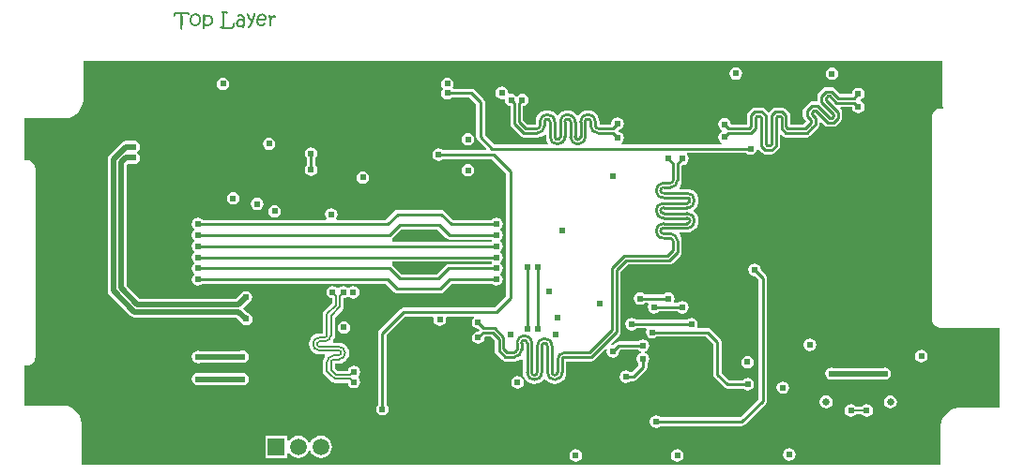
<source format=gtl>
G04*
G04 #@! TF.GenerationSoftware,Altium Limited,Altium Designer,18.1.9 (240)*
G04*
G04 Layer_Physical_Order=1*
G04 Layer_Color=255*
%FSLAX25Y25*%
%MOIN*%
G70*
G01*
G75*
%ADD17C,0.01000*%
%ADD18C,0.00800*%
%ADD19C,0.02000*%
%ADD20C,0.05906*%
%ADD21R,0.05906X0.05906*%
%ADD22C,0.02559*%
%ADD23O,0.03937X0.07087*%
%ADD24O,0.03937X0.08268*%
%ADD25C,0.02400*%
%ADD26C,0.02598*%
%ADD27C,0.02598*%
G36*
X153248Y71777D02*
Y57972D01*
Y57265D01*
X153524Y55877D01*
X153787Y55243D01*
X153509Y54827D01*
X152559D01*
X151776Y54724D01*
X151046Y54422D01*
X150419Y53941D01*
X149939Y53314D01*
X149636Y52584D01*
X149533Y51801D01*
Y-19980D01*
X149636Y-20763D01*
X149939Y-21493D01*
X150419Y-22120D01*
X151046Y-22601D01*
X151776Y-22903D01*
X152559Y-23006D01*
X173668D01*
X173668Y-51378D01*
X159135D01*
X157747Y-51654D01*
X156439Y-52196D01*
X155262Y-52982D01*
X154262Y-53983D01*
X153475Y-55160D01*
X152934Y-56467D01*
X152657Y-57855D01*
Y-58563D01*
Y-71777D01*
X-152264Y-71777D01*
Y-57874D01*
Y-57166D01*
X-152540Y-55778D01*
X-153082Y-54471D01*
X-153868Y-53294D01*
X-154869Y-52293D01*
X-156045Y-51507D01*
X-157353Y-50965D01*
X-158741Y-50689D01*
X-172643D01*
X-172643Y-36490D01*
X-171732D01*
X-170949Y-36387D01*
X-170219Y-36085D01*
X-169592Y-35604D01*
X-169111Y-34977D01*
X-168809Y-34248D01*
X-168706Y-33465D01*
Y33465D01*
X-168809Y34248D01*
X-169111Y34977D01*
X-169592Y35604D01*
X-170219Y36085D01*
X-170949Y36387D01*
X-171732Y36490D01*
X-172643D01*
Y51378D01*
X-158151D01*
X-156763Y51654D01*
X-155455Y52196D01*
X-154278Y52982D01*
X-153277Y53983D01*
X-152491Y55160D01*
X-151949Y56467D01*
X-151673Y57855D01*
Y58563D01*
Y71777D01*
X153248Y71777D01*
D02*
G37*
G36*
X-101753Y89607D02*
X-101683D01*
X-101607Y89600D01*
X-101523Y89593D01*
X-101343Y89572D01*
X-101163Y89538D01*
X-100982Y89496D01*
X-100892Y89468D01*
X-100816Y89434D01*
X-100809D01*
X-100802Y89427D01*
X-100753Y89406D01*
X-100698Y89371D01*
X-100621Y89323D01*
X-100552Y89260D01*
X-100496Y89191D01*
X-100448Y89107D01*
X-100441Y89059D01*
X-100434Y89010D01*
Y89003D01*
Y88989D01*
X-100441Y88962D01*
X-100448Y88927D01*
X-100462Y88885D01*
X-100476Y88844D01*
X-100503Y88802D01*
X-100538Y88760D01*
X-100545Y88753D01*
X-100559Y88747D01*
X-100580Y88726D01*
X-100608Y88712D01*
X-100684Y88670D01*
X-100725Y88663D01*
X-100774Y88656D01*
X-100788D01*
X-100809Y88663D01*
X-100843Y88670D01*
X-100885Y88677D01*
X-100941Y88698D01*
X-101003Y88719D01*
X-101079Y88753D01*
X-101086Y88760D01*
X-101121Y88774D01*
X-101163Y88788D01*
X-101218Y88809D01*
X-101281Y88837D01*
X-101350Y88858D01*
X-101419Y88871D01*
X-101482Y88885D01*
Y88878D01*
Y88871D01*
X-101489Y88851D01*
Y88823D01*
X-101496Y88781D01*
X-101503Y88740D01*
X-101510Y88691D01*
X-101517Y88635D01*
X-101531Y88504D01*
X-101551Y88344D01*
X-101572Y88170D01*
X-101593Y87976D01*
X-101614Y87761D01*
X-101635Y87539D01*
X-101655Y87296D01*
X-101669Y87053D01*
X-101683Y86796D01*
X-101697Y86533D01*
X-101704Y86005D01*
Y85998D01*
Y85977D01*
Y85936D01*
Y85887D01*
X-101697Y85811D01*
Y85728D01*
X-101690Y85624D01*
X-101683Y85505D01*
X-101676Y85367D01*
X-101669Y85214D01*
X-101655Y85048D01*
X-101648Y84853D01*
X-101628Y84645D01*
X-101614Y84423D01*
X-101586Y84173D01*
X-101565Y83909D01*
X-101558D01*
X-101531Y83902D01*
X-101482D01*
X-101426Y83895D01*
X-101357Y83889D01*
X-101274Y83882D01*
X-101183Y83875D01*
X-101079Y83868D01*
X-100871Y83847D01*
X-100642Y83833D01*
X-100427Y83826D01*
X-100323Y83819D01*
X-100143D01*
X-100080Y83826D01*
X-100004D01*
X-99914Y83833D01*
X-99816Y83847D01*
X-99712Y83861D01*
X-99483Y83895D01*
X-99247Y83951D01*
X-99018Y84034D01*
X-98914Y84083D01*
X-98810Y84138D01*
X-98803Y84145D01*
X-98782Y84173D01*
X-98755Y84229D01*
X-98720Y84298D01*
X-98685Y84402D01*
X-98664Y84458D01*
X-98643Y84527D01*
X-98630Y84603D01*
X-98609Y84687D01*
X-98588Y84777D01*
X-98574Y84874D01*
Y84881D01*
Y84888D01*
X-98567Y84930D01*
X-98553Y84992D01*
X-98546Y85068D01*
X-98526Y85145D01*
X-98512Y85214D01*
X-98498Y85283D01*
X-98477Y85325D01*
X-98470Y85332D01*
X-98463Y85353D01*
X-98442Y85374D01*
X-98414Y85408D01*
X-98380Y85436D01*
X-98331Y85457D01*
X-98269Y85478D01*
X-98199Y85485D01*
X-98185D01*
X-98144Y85478D01*
X-98081Y85457D01*
X-98012Y85422D01*
X-97984Y85395D01*
X-97949Y85360D01*
X-97915Y85318D01*
X-97887Y85270D01*
X-97866Y85214D01*
X-97845Y85145D01*
X-97838Y85068D01*
X-97831Y84978D01*
Y84964D01*
Y84936D01*
X-97838Y84881D01*
Y84819D01*
X-97852Y84735D01*
X-97866Y84638D01*
X-97880Y84534D01*
X-97908Y84423D01*
X-97936Y84305D01*
X-97977Y84187D01*
X-98026Y84062D01*
X-98088Y83944D01*
X-98158Y83826D01*
X-98234Y83715D01*
X-98331Y83611D01*
X-98435Y83514D01*
Y83500D01*
X-98442Y83493D01*
X-98463Y83486D01*
X-98491Y83472D01*
X-98539Y83444D01*
X-98595Y83424D01*
X-98664Y83396D01*
X-98747Y83361D01*
X-98845Y83333D01*
X-98956Y83299D01*
X-99081Y83271D01*
X-99212Y83236D01*
X-99365Y83215D01*
X-99525Y83195D01*
X-99698Y83174D01*
X-99886Y83167D01*
X-100087Y83160D01*
X-100358D01*
X-100489Y83167D01*
X-100649Y83174D01*
X-100823D01*
X-101017Y83188D01*
X-101218Y83195D01*
X-101426Y83208D01*
X-101850Y83243D01*
X-102065Y83271D01*
X-102266Y83292D01*
X-102467Y83326D01*
X-102648Y83361D01*
X-102662D01*
X-102690Y83375D01*
X-102738Y83382D01*
X-102801Y83403D01*
X-102925Y83444D01*
X-102988Y83472D01*
X-103036Y83500D01*
X-103043Y83507D01*
X-103057Y83514D01*
X-103071Y83542D01*
X-103092Y83569D01*
X-103120Y83604D01*
X-103134Y83653D01*
X-103147Y83708D01*
X-103154Y83771D01*
Y83784D01*
X-103147Y83812D01*
X-103134Y83861D01*
X-103106Y83909D01*
X-103064Y83958D01*
X-102995Y84007D01*
X-102946Y84020D01*
X-102898Y84034D01*
X-102842Y84048D01*
X-102703D01*
X-102648Y84041D01*
X-102578Y84034D01*
X-102495Y84027D01*
X-102405Y84013D01*
X-102301Y83993D01*
Y84007D01*
X-102308Y84048D01*
Y84104D01*
X-102315Y84187D01*
X-102329Y84291D01*
X-102336Y84409D01*
X-102342Y84541D01*
X-102356Y84687D01*
X-102363Y84839D01*
X-102377Y84999D01*
X-102391Y85332D01*
X-102405Y85672D01*
X-102412Y85832D01*
Y85991D01*
Y85998D01*
Y86005D01*
Y86026D01*
Y86054D01*
Y86089D01*
Y86130D01*
Y86227D01*
X-102405Y86359D01*
Y86505D01*
X-102398Y86678D01*
X-102391Y86866D01*
X-102377Y87074D01*
X-102363Y87303D01*
X-102349Y87539D01*
X-102336Y87789D01*
X-102308Y88052D01*
X-102287Y88323D01*
X-102225Y88878D01*
X-102405Y88858D01*
X-102447D01*
X-102481Y88864D01*
X-102537Y88878D01*
X-102599Y88899D01*
X-102662Y88941D01*
X-102710Y88996D01*
X-102752Y89080D01*
X-102759Y89128D01*
X-102766Y89184D01*
Y89198D01*
Y89225D01*
X-102752Y89267D01*
X-102738Y89316D01*
X-102717Y89371D01*
X-102682Y89427D01*
X-102634Y89482D01*
X-102565Y89524D01*
X-102558Y89531D01*
X-102530Y89538D01*
X-102481Y89552D01*
X-102412Y89572D01*
X-102322Y89586D01*
X-102217Y89600D01*
X-102086Y89607D01*
X-101933Y89614D01*
X-101815D01*
X-101753Y89607D01*
D02*
G37*
G36*
X-116681Y89343D02*
X-116590D01*
X-116486Y89336D01*
X-116375D01*
X-116257Y89329D01*
X-116000Y89309D01*
X-115723Y89288D01*
X-115438Y89260D01*
X-115161Y89218D01*
X-114883Y89170D01*
X-114626Y89107D01*
X-114508Y89073D01*
X-114397Y89038D01*
X-114293Y88996D01*
X-114196Y88955D01*
X-114120Y88906D01*
X-114050Y88851D01*
X-113995Y88795D01*
X-113953Y88740D01*
X-113925Y88677D01*
X-113918Y88608D01*
Y88601D01*
Y88587D01*
X-113925Y88559D01*
X-113932Y88524D01*
X-113946Y88483D01*
X-113967Y88441D01*
X-113995Y88399D01*
X-114029Y88358D01*
X-114036Y88351D01*
X-114050Y88344D01*
X-114071Y88323D01*
X-114099Y88302D01*
X-114168Y88268D01*
X-114210Y88254D01*
X-114258Y88247D01*
X-114293D01*
X-114321Y88254D01*
X-114390Y88268D01*
X-114474Y88302D01*
X-114480Y88309D01*
X-114501Y88316D01*
X-114529Y88330D01*
X-114564Y88344D01*
X-114626Y88379D01*
X-114654Y88393D01*
X-114675Y88399D01*
X-114682D01*
X-114696Y88406D01*
X-114723Y88413D01*
X-114765Y88427D01*
X-114821Y88434D01*
X-114890Y88448D01*
X-114973Y88469D01*
X-115077Y88483D01*
X-115188Y88504D01*
X-115320Y88517D01*
X-115466Y88538D01*
X-115633Y88559D01*
X-115820Y88580D01*
X-116021Y88594D01*
X-116243Y88615D01*
X-116486Y88629D01*
Y88622D01*
Y88608D01*
Y88587D01*
Y88559D01*
Y88517D01*
X-116479Y88469D01*
Y88358D01*
Y88219D01*
X-116472Y88066D01*
Y87886D01*
X-116465Y87705D01*
X-116458Y87504D01*
Y87303D01*
X-116452Y86901D01*
Y86706D01*
X-116445Y86519D01*
Y86345D01*
Y86193D01*
Y86186D01*
Y86179D01*
Y86151D01*
Y86123D01*
Y86089D01*
Y86047D01*
Y85936D01*
Y85811D01*
Y85658D01*
X-116452Y85485D01*
Y85304D01*
X-116458Y85103D01*
Y84895D01*
X-116472Y84465D01*
X-116493Y84034D01*
X-116500Y83819D01*
X-116514Y83618D01*
Y83611D01*
Y83604D01*
X-116521Y83562D01*
X-116528Y83500D01*
X-116535Y83430D01*
X-116569Y83264D01*
X-116597Y83195D01*
X-116625Y83132D01*
X-116632Y83125D01*
X-116639Y83104D01*
X-116667Y83083D01*
X-116694Y83056D01*
X-116736Y83021D01*
X-116791Y83000D01*
X-116854Y82979D01*
X-116923Y82972D01*
X-116937D01*
X-116979Y82979D01*
X-117027Y83000D01*
X-117090Y83028D01*
X-117152Y83083D01*
X-117187Y83125D01*
X-117208Y83167D01*
X-117229Y83222D01*
X-117250Y83285D01*
X-117256Y83354D01*
X-117263Y83437D01*
Y83458D01*
Y83472D01*
Y83493D01*
X-117256Y83528D01*
Y83569D01*
Y83618D01*
X-117250Y83680D01*
X-117243Y83764D01*
Y83854D01*
X-117236Y83965D01*
X-117229Y84090D01*
X-117215Y84236D01*
X-117208Y84402D01*
Y84416D01*
Y84444D01*
X-117201Y84492D01*
Y84562D01*
X-117194Y84652D01*
X-117187Y84749D01*
Y84860D01*
X-117180Y84992D01*
X-117173Y85124D01*
X-117166Y85270D01*
Y85429D01*
X-117159Y85589D01*
X-117152Y85922D01*
Y86269D01*
Y86276D01*
Y86297D01*
Y86331D01*
Y86380D01*
Y86442D01*
Y86533D01*
Y86630D01*
X-117159Y86755D01*
Y86901D01*
Y87074D01*
X-117166Y87268D01*
Y87483D01*
Y87601D01*
X-117173Y87726D01*
Y87865D01*
Y88004D01*
X-117180Y88150D01*
Y88302D01*
X-117187Y88469D01*
Y88635D01*
X-117243D01*
X-117312Y88629D01*
X-117402D01*
X-117506Y88622D01*
X-117631Y88615D01*
X-117770Y88601D01*
X-117916Y88587D01*
X-118221Y88545D01*
X-118534Y88490D01*
X-118679Y88455D01*
X-118818Y88413D01*
X-118943Y88372D01*
X-119054Y88316D01*
Y88309D01*
X-119061Y88288D01*
Y88254D01*
X-119068Y88205D01*
X-119082Y88150D01*
X-119096Y88087D01*
X-119137Y87962D01*
X-119193Y87830D01*
X-119228Y87768D01*
X-119269Y87713D01*
X-119318Y87671D01*
X-119373Y87629D01*
X-119429Y87608D01*
X-119498Y87601D01*
X-119512D01*
X-119547Y87608D01*
X-119595Y87622D01*
X-119644Y87657D01*
X-119699Y87713D01*
X-119727Y87747D01*
X-119748Y87789D01*
X-119769Y87837D01*
X-119783Y87900D01*
X-119790Y87969D01*
X-119797Y88046D01*
Y88052D01*
Y88080D01*
Y88115D01*
X-119790Y88164D01*
X-119783Y88219D01*
X-119776Y88288D01*
X-119741Y88434D01*
X-119685Y88594D01*
X-119651Y88670D01*
X-119609Y88747D01*
X-119554Y88816D01*
X-119491Y88878D01*
X-119422Y88934D01*
X-119345Y88982D01*
X-119339Y88989D01*
X-119311Y88996D01*
X-119262Y89017D01*
X-119200Y89038D01*
X-119116Y89066D01*
X-119019Y89100D01*
X-118894Y89135D01*
X-118756Y89170D01*
X-118603Y89198D01*
X-118422Y89232D01*
X-118228Y89267D01*
X-118013Y89295D01*
X-117784Y89316D01*
X-117527Y89336D01*
X-117256Y89343D01*
X-116965Y89350D01*
X-116764D01*
X-116681Y89343D01*
D02*
G37*
G36*
X-85714Y88323D02*
X-85686Y88316D01*
X-85652Y88302D01*
X-85617Y88282D01*
X-85575Y88254D01*
X-85527Y88212D01*
X-85478Y88164D01*
X-85430Y88101D01*
X-85374Y88025D01*
X-85319Y87934D01*
X-85270Y87830D01*
X-85215Y87705D01*
X-85166Y87560D01*
X-85117Y87393D01*
X-85110Y87400D01*
X-85097Y87428D01*
X-85076Y87463D01*
X-85048Y87504D01*
X-85006Y87560D01*
X-84958Y87622D01*
X-84902Y87685D01*
X-84840Y87754D01*
X-84770Y87823D01*
X-84687Y87886D01*
X-84597Y87948D01*
X-84500Y88004D01*
X-84396Y88046D01*
X-84278Y88087D01*
X-84160Y88108D01*
X-84028Y88115D01*
X-83965D01*
X-83903Y88108D01*
X-83820Y88094D01*
X-83729Y88073D01*
X-83632Y88046D01*
X-83542Y88004D01*
X-83452Y87948D01*
X-83445Y87941D01*
X-83417Y87921D01*
X-83382Y87879D01*
X-83334Y87830D01*
X-83292Y87775D01*
X-83258Y87699D01*
X-83230Y87615D01*
X-83223Y87525D01*
Y87518D01*
Y87504D01*
X-83230Y87476D01*
Y87442D01*
X-83258Y87372D01*
X-83278Y87331D01*
X-83306Y87296D01*
X-83313Y87289D01*
X-83320Y87282D01*
X-83362Y87254D01*
X-83424Y87220D01*
X-83466Y87213D01*
X-83507Y87206D01*
X-83521D01*
X-83542Y87213D01*
X-83570Y87220D01*
X-83605Y87234D01*
X-83653Y87261D01*
X-83702Y87289D01*
X-83764Y87331D01*
X-83771Y87338D01*
X-83792Y87352D01*
X-83827Y87372D01*
X-83861Y87400D01*
X-83958Y87442D01*
X-84014Y87456D01*
X-84062Y87463D01*
X-84076D01*
X-84118Y87456D01*
X-84180Y87449D01*
X-84264Y87428D01*
X-84347Y87386D01*
X-84444Y87331D01*
X-84534Y87261D01*
X-84576Y87213D01*
X-84618Y87157D01*
X-84625Y87143D01*
X-84652Y87102D01*
X-84680Y87039D01*
X-84722Y86942D01*
X-84756Y86831D01*
X-84791Y86692D01*
X-84819Y86526D01*
X-84826Y86345D01*
Y85880D01*
Y85873D01*
Y85846D01*
Y85804D01*
Y85748D01*
X-84833Y85686D01*
Y85603D01*
X-84840Y85519D01*
X-84847Y85429D01*
X-84868Y85228D01*
X-84895Y85020D01*
X-84937Y84812D01*
X-84965Y84714D01*
X-84992Y84624D01*
Y84617D01*
X-84999Y84603D01*
X-85006Y84583D01*
X-85020Y84555D01*
X-85055Y84485D01*
X-85097Y84409D01*
X-85159Y84333D01*
X-85228Y84263D01*
X-85263Y84236D01*
X-85305Y84215D01*
X-85346Y84201D01*
X-85395Y84194D01*
X-85409D01*
X-85444Y84201D01*
X-85499Y84208D01*
X-85555Y84236D01*
X-85610Y84270D01*
X-85666Y84326D01*
X-85700Y84409D01*
X-85707Y84458D01*
X-85714Y84513D01*
Y84520D01*
Y84527D01*
X-85707Y84555D01*
X-85700Y84596D01*
X-85693Y84659D01*
X-85673Y84742D01*
X-85659Y84791D01*
X-85652Y84846D01*
X-85631Y84916D01*
X-85617Y84985D01*
Y84992D01*
X-85610Y85006D01*
Y85027D01*
X-85603Y85054D01*
X-85589Y85096D01*
X-85582Y85138D01*
X-85562Y85242D01*
X-85548Y85360D01*
X-85527Y85492D01*
X-85520Y85624D01*
X-85513Y85762D01*
Y85776D01*
Y85804D01*
Y85860D01*
X-85520Y85929D01*
Y86012D01*
X-85527Y86109D01*
X-85534Y86220D01*
X-85548Y86338D01*
X-85562Y86463D01*
X-85582Y86595D01*
X-85638Y86866D01*
X-85707Y87123D01*
X-85756Y87248D01*
X-85804Y87366D01*
X-85811Y87372D01*
X-85818Y87393D01*
X-85832Y87421D01*
X-85853Y87463D01*
X-85888Y87532D01*
X-85936Y87615D01*
X-85964Y87671D01*
X-85999Y87733D01*
X-86006Y87740D01*
X-86013Y87761D01*
X-86027Y87796D01*
X-86047Y87830D01*
X-86082Y87921D01*
X-86089Y87969D01*
X-86096Y88011D01*
Y88018D01*
Y88032D01*
X-86089Y88052D01*
X-86082Y88080D01*
X-86068Y88115D01*
X-86047Y88150D01*
X-86020Y88191D01*
X-85985Y88226D01*
X-85978Y88233D01*
X-85964Y88240D01*
X-85943Y88261D01*
X-85915Y88282D01*
X-85839Y88316D01*
X-85798Y88323D01*
X-85749Y88330D01*
X-85735D01*
X-85714Y88323D01*
D02*
G37*
G36*
X-90926Y88941D02*
X-90878Y88927D01*
X-90815Y88892D01*
X-90753Y88844D01*
X-90725Y88809D01*
X-90697Y88760D01*
X-90676Y88712D01*
X-90662Y88656D01*
X-90655Y88587D01*
X-90649Y88511D01*
Y88504D01*
Y88490D01*
Y88462D01*
X-90655Y88420D01*
X-90662Y88372D01*
X-90669Y88309D01*
X-90676Y88233D01*
X-90697Y88143D01*
X-90711Y88046D01*
X-90739Y87928D01*
X-90767Y87803D01*
X-90801Y87657D01*
X-90843Y87504D01*
X-90891Y87331D01*
X-90954Y87143D01*
X-91016Y86942D01*
X-91023Y86928D01*
X-91030Y86893D01*
X-91051Y86838D01*
X-91086Y86762D01*
X-91120Y86658D01*
X-91169Y86540D01*
X-91225Y86394D01*
X-91294Y86234D01*
X-91370Y86054D01*
X-91461Y85860D01*
X-91565Y85644D01*
X-91669Y85415D01*
X-91794Y85172D01*
X-91926Y84909D01*
X-92071Y84638D01*
X-92231Y84347D01*
Y84340D01*
X-92238Y84333D01*
X-92245Y84312D01*
X-92259Y84284D01*
X-92293Y84215D01*
X-92342Y84124D01*
X-92391Y84013D01*
X-92453Y83895D01*
X-92515Y83771D01*
X-92585Y83639D01*
X-92592Y83625D01*
X-92613Y83597D01*
X-92647Y83548D01*
X-92689Y83500D01*
X-92744Y83451D01*
X-92807Y83403D01*
X-92876Y83375D01*
X-92953Y83361D01*
X-92974D01*
X-92994Y83368D01*
X-93029Y83375D01*
X-93064Y83389D01*
X-93098Y83410D01*
X-93140Y83437D01*
X-93182Y83472D01*
X-93189Y83479D01*
X-93195Y83493D01*
X-93209Y83514D01*
X-93230Y83542D01*
X-93265Y83618D01*
X-93272Y83659D01*
X-93279Y83708D01*
Y83722D01*
X-93272Y83757D01*
X-93265Y83812D01*
X-93237Y83895D01*
X-93203Y84000D01*
X-93147Y84131D01*
X-93071Y84291D01*
X-93022Y84381D01*
X-92967Y84478D01*
Y84485D01*
X-92960Y84492D01*
X-92932Y84534D01*
X-92897Y84596D01*
X-92856Y84680D01*
X-92800Y84770D01*
X-92738Y84881D01*
X-92668Y84999D01*
X-92599Y85117D01*
X-92467Y85353D01*
X-92404Y85464D01*
X-92349Y85561D01*
X-92293Y85644D01*
X-92259Y85714D01*
X-92231Y85762D01*
X-92224Y85776D01*
X-92217Y85783D01*
X-92224Y85797D01*
X-92245Y85825D01*
X-92286Y85873D01*
X-92335Y85943D01*
X-92391Y86026D01*
X-92460Y86130D01*
X-92536Y86241D01*
X-92620Y86359D01*
X-92703Y86491D01*
X-92793Y86630D01*
X-92980Y86928D01*
X-93161Y87240D01*
X-93327Y87546D01*
Y87553D01*
X-93341Y87574D01*
X-93355Y87608D01*
X-93376Y87650D01*
X-93404Y87705D01*
X-93432Y87768D01*
X-93487Y87900D01*
X-93550Y88046D01*
X-93605Y88191D01*
X-93640Y88323D01*
X-93647Y88379D01*
X-93654Y88427D01*
Y88434D01*
Y88441D01*
X-93647Y88476D01*
X-93640Y88531D01*
X-93612Y88594D01*
X-93577Y88649D01*
X-93522Y88705D01*
X-93445Y88740D01*
X-93404Y88753D01*
X-93341D01*
X-93313Y88747D01*
X-93279Y88733D01*
X-93223Y88712D01*
X-93168Y88670D01*
X-93105Y88608D01*
X-93071Y88573D01*
X-93029Y88524D01*
X-92994Y88476D01*
X-92960Y88413D01*
Y88406D01*
X-92953Y88399D01*
X-92939Y88379D01*
X-92932Y88351D01*
X-92897Y88275D01*
X-92848Y88177D01*
X-92800Y88066D01*
X-92738Y87934D01*
X-92675Y87803D01*
X-92613Y87657D01*
X-92606Y87650D01*
X-92599Y87629D01*
X-92578Y87594D01*
X-92557Y87546D01*
X-92529Y87490D01*
X-92495Y87421D01*
X-92453Y87345D01*
X-92404Y87261D01*
X-92300Y87074D01*
X-92182Y86873D01*
X-92044Y86658D01*
X-91898Y86442D01*
Y86449D01*
X-91884Y86470D01*
X-91870Y86512D01*
X-91856Y86560D01*
X-91828Y86623D01*
X-91808Y86699D01*
X-91780Y86782D01*
X-91745Y86873D01*
X-91710Y86977D01*
X-91676Y87088D01*
X-91606Y87331D01*
X-91537Y87594D01*
X-91474Y87865D01*
Y87872D01*
X-91467Y87900D01*
X-91461Y87934D01*
X-91447Y87983D01*
X-91433Y88046D01*
X-91419Y88108D01*
X-91391Y88254D01*
X-91363Y88393D01*
X-91350Y88462D01*
X-91336Y88524D01*
X-91322Y88573D01*
X-91315Y88615D01*
X-91308Y88635D01*
Y88649D01*
Y88656D01*
X-91301Y88663D01*
X-91287Y88698D01*
X-91266Y88747D01*
X-91225Y88802D01*
X-91183Y88851D01*
X-91127Y88899D01*
X-91058Y88934D01*
X-91023Y88948D01*
X-90968D01*
X-90926Y88941D01*
D02*
G37*
G36*
X-95902Y88483D02*
X-95867D01*
X-95819Y88476D01*
X-95708Y88455D01*
X-95576Y88420D01*
X-95430Y88365D01*
X-95278Y88288D01*
X-95111Y88191D01*
X-95035Y88136D01*
X-94951Y88066D01*
X-94875Y87997D01*
X-94799Y87914D01*
X-94722Y87823D01*
X-94653Y87719D01*
X-94583Y87608D01*
X-94521Y87490D01*
X-94466Y87358D01*
X-94410Y87220D01*
X-94362Y87067D01*
X-94327Y86907D01*
X-94292Y86727D01*
X-94271Y86540D01*
X-94257Y86338D01*
X-94250Y86123D01*
Y86109D01*
Y86082D01*
Y86026D01*
X-94257Y85957D01*
Y85866D01*
X-94264Y85755D01*
X-94271Y85637D01*
X-94285Y85499D01*
X-94299Y85353D01*
X-94320Y85193D01*
X-94348Y85020D01*
X-94375Y84846D01*
X-94403Y84659D01*
X-94445Y84465D01*
X-94542Y84069D01*
Y84062D01*
X-94549Y84048D01*
X-94556Y84020D01*
X-94570Y83986D01*
X-94597Y83902D01*
X-94646Y83805D01*
X-94709Y83701D01*
X-94778Y83618D01*
X-94819Y83583D01*
X-94868Y83555D01*
X-94917Y83542D01*
X-94965Y83535D01*
X-94979D01*
X-95014Y83542D01*
X-95056Y83555D01*
X-95111Y83576D01*
X-95166Y83618D01*
X-95208Y83673D01*
X-95243Y83757D01*
X-95250Y83812D01*
X-95257Y83868D01*
Y83882D01*
Y83909D01*
X-95250Y83944D01*
X-95243Y83972D01*
X-95250D01*
X-95257Y83965D01*
X-95278Y83951D01*
X-95305Y83944D01*
X-95382Y83909D01*
X-95479Y83875D01*
X-95590Y83840D01*
X-95722Y83805D01*
X-95860Y83784D01*
X-96006Y83777D01*
X-96076D01*
X-96117Y83784D01*
X-96180Y83791D01*
X-96249Y83798D01*
X-96319Y83812D01*
X-96402Y83826D01*
X-96575Y83875D01*
X-96756Y83944D01*
X-96846Y83986D01*
X-96929Y84041D01*
X-97013Y84097D01*
X-97089Y84166D01*
X-97096Y84173D01*
X-97103Y84187D01*
X-97124Y84208D01*
X-97151Y84236D01*
X-97179Y84277D01*
X-97214Y84326D01*
X-97249Y84381D01*
X-97283Y84451D01*
X-97318Y84520D01*
X-97353Y84603D01*
X-97387Y84694D01*
X-97415Y84791D01*
X-97443Y84902D01*
X-97464Y85013D01*
X-97471Y85131D01*
X-97478Y85263D01*
Y85270D01*
Y85297D01*
Y85332D01*
X-97471Y85381D01*
X-97464Y85443D01*
X-97457Y85513D01*
X-97443Y85589D01*
X-97422Y85672D01*
X-97373Y85852D01*
X-97339Y85950D01*
X-97304Y86040D01*
X-97255Y86137D01*
X-97200Y86227D01*
X-97137Y86311D01*
X-97061Y86394D01*
X-97054Y86401D01*
X-97040Y86415D01*
X-97019Y86436D01*
X-96985Y86463D01*
X-96943Y86491D01*
X-96888Y86526D01*
X-96832Y86567D01*
X-96763Y86609D01*
X-96686Y86644D01*
X-96603Y86685D01*
X-96513Y86720D01*
X-96409Y86755D01*
X-96305Y86775D01*
X-96194Y86796D01*
X-96069Y86810D01*
X-95944Y86817D01*
X-95888D01*
X-95840Y86810D01*
X-95791Y86803D01*
X-95729Y86796D01*
X-95659Y86782D01*
X-95590Y86769D01*
X-95430Y86720D01*
X-95340Y86685D01*
X-95257Y86651D01*
X-95166Y86602D01*
X-95083Y86546D01*
X-95000Y86484D01*
X-94917Y86415D01*
Y86422D01*
Y86428D01*
Y86449D01*
X-94924Y86477D01*
X-94930Y86546D01*
X-94944Y86637D01*
X-94965Y86741D01*
X-94993Y86859D01*
X-95028Y86991D01*
X-95076Y87123D01*
X-95132Y87248D01*
X-95201Y87379D01*
X-95291Y87497D01*
X-95389Y87601D01*
X-95507Y87692D01*
X-95645Y87761D01*
X-95715Y87789D01*
X-95798Y87810D01*
X-95881Y87817D01*
X-95972Y87823D01*
X-96013D01*
X-96055Y87817D01*
X-96110Y87810D01*
X-96187Y87789D01*
X-96263Y87768D01*
X-96353Y87733D01*
X-96443Y87692D01*
X-96457Y87685D01*
X-96485Y87671D01*
X-96527Y87650D01*
X-96575Y87629D01*
X-96686Y87587D01*
X-96735Y87574D01*
X-96770Y87567D01*
X-96790D01*
X-96811Y87574D01*
X-96846Y87581D01*
X-96915Y87608D01*
X-96957Y87629D01*
X-96992Y87664D01*
X-96999Y87671D01*
X-97006Y87685D01*
X-97019Y87699D01*
X-97033Y87726D01*
X-97068Y87803D01*
X-97075Y87844D01*
X-97082Y87893D01*
Y87900D01*
X-97075Y87928D01*
X-97068Y87969D01*
X-97040Y88025D01*
X-97006Y88087D01*
X-96950Y88150D01*
X-96874Y88219D01*
X-96825Y88254D01*
X-96770Y88288D01*
X-96763D01*
X-96756Y88295D01*
X-96735Y88309D01*
X-96707Y88323D01*
X-96638Y88351D01*
X-96548Y88393D01*
X-96430Y88427D01*
X-96298Y88462D01*
X-96145Y88483D01*
X-95978Y88490D01*
X-95937D01*
X-95902Y88483D01*
D02*
G37*
G36*
X-88074Y88698D02*
X-88011Y88691D01*
X-87942Y88677D01*
X-87859Y88663D01*
X-87775Y88642D01*
X-87685Y88622D01*
X-87588Y88587D01*
X-87491Y88552D01*
X-87394Y88504D01*
X-87296Y88448D01*
X-87199Y88386D01*
X-87102Y88309D01*
X-87012Y88226D01*
X-87005Y88219D01*
X-86991Y88205D01*
X-86970Y88177D01*
X-86936Y88143D01*
X-86901Y88094D01*
X-86866Y88039D01*
X-86825Y87969D01*
X-86776Y87893D01*
X-86734Y87810D01*
X-86693Y87719D01*
X-86658Y87622D01*
X-86616Y87511D01*
X-86589Y87400D01*
X-86568Y87275D01*
X-86554Y87143D01*
X-86547Y87011D01*
Y87005D01*
Y86998D01*
Y86977D01*
X-86554Y86949D01*
X-86561Y86887D01*
X-86582Y86803D01*
X-86610Y86713D01*
X-86658Y86623D01*
X-86721Y86533D01*
X-86811Y86456D01*
X-86818D01*
X-86839Y86442D01*
X-86880Y86429D01*
X-86908Y86415D01*
X-86943Y86401D01*
X-86984Y86387D01*
X-87040Y86373D01*
X-87095Y86359D01*
X-87165Y86338D01*
X-87241Y86317D01*
X-87331Y86297D01*
X-87428Y86276D01*
X-87539Y86255D01*
X-87546D01*
X-87574Y86248D01*
X-87616Y86241D01*
X-87678Y86227D01*
X-87748Y86213D01*
X-87824Y86199D01*
X-87921Y86186D01*
X-88018Y86172D01*
X-88233Y86144D01*
X-88469Y86116D01*
X-88705Y86095D01*
X-88927Y86089D01*
X-89025D01*
X-89101Y86095D01*
X-89191D01*
X-89302Y86102D01*
X-89420Y86109D01*
X-89552Y86123D01*
Y86116D01*
Y86109D01*
Y86089D01*
Y86068D01*
X-89545Y85998D01*
X-89538Y85908D01*
X-89517Y85811D01*
X-89496Y85693D01*
X-89469Y85568D01*
X-89420Y85443D01*
X-89372Y85318D01*
X-89302Y85193D01*
X-89219Y85075D01*
X-89122Y84978D01*
X-89004Y84888D01*
X-88865Y84819D01*
X-88789Y84798D01*
X-88705Y84777D01*
X-88615Y84770D01*
X-88525Y84763D01*
X-88476D01*
X-88428Y84770D01*
X-88358Y84784D01*
X-88282Y84805D01*
X-88192Y84832D01*
X-88108Y84867D01*
X-88018Y84923D01*
X-88011Y84930D01*
X-87998Y84936D01*
X-87963Y84964D01*
X-87921Y84999D01*
X-87866Y85048D01*
X-87789Y85117D01*
X-87706Y85200D01*
X-87602Y85304D01*
X-87595Y85311D01*
X-87581Y85325D01*
X-87560Y85339D01*
X-87533Y85367D01*
X-87463Y85401D01*
X-87422Y85415D01*
X-87380Y85422D01*
X-87352D01*
X-87324Y85415D01*
X-87290Y85408D01*
X-87248Y85395D01*
X-87206Y85374D01*
X-87158Y85346D01*
X-87116Y85304D01*
X-87109Y85297D01*
X-87095Y85283D01*
X-87081Y85263D01*
X-87061Y85228D01*
X-87040Y85186D01*
X-87019Y85138D01*
X-87012Y85089D01*
X-87005Y85027D01*
Y85020D01*
Y85006D01*
X-87012Y84978D01*
X-87019Y84943D01*
X-87033Y84909D01*
X-87047Y84867D01*
X-87075Y84819D01*
X-87109Y84777D01*
X-87116Y84770D01*
X-87137Y84749D01*
X-87172Y84714D01*
X-87220Y84673D01*
X-87276Y84624D01*
X-87345Y84569D01*
X-87428Y84506D01*
X-87519Y84444D01*
X-87623Y84381D01*
X-87734Y84319D01*
X-87852Y84263D01*
X-87984Y84215D01*
X-88116Y84173D01*
X-88261Y84138D01*
X-88407Y84118D01*
X-88560Y84111D01*
X-88601D01*
X-88636Y84118D01*
X-88671D01*
X-88719Y84124D01*
X-88823Y84145D01*
X-88955Y84173D01*
X-89101Y84215D01*
X-89254Y84277D01*
X-89413Y84360D01*
X-89573Y84465D01*
X-89649Y84527D01*
X-89726Y84596D01*
X-89802Y84673D01*
X-89871Y84756D01*
X-89941Y84846D01*
X-90003Y84950D01*
X-90059Y85054D01*
X-90107Y85172D01*
X-90156Y85304D01*
X-90191Y85443D01*
X-90225Y85589D01*
X-90246Y85748D01*
X-90260Y85915D01*
X-90267Y86095D01*
Y86109D01*
Y86144D01*
X-90260Y86193D01*
Y86269D01*
X-90253Y86352D01*
X-90239Y86456D01*
X-90218Y86574D01*
X-90197Y86699D01*
X-90170Y86831D01*
X-90135Y86977D01*
X-90093Y87123D01*
X-90038Y87268D01*
X-89975Y87421D01*
X-89906Y87567D01*
X-89823Y87719D01*
X-89726Y87858D01*
X-89719Y87865D01*
X-89698Y87893D01*
X-89663Y87934D01*
X-89614Y87990D01*
X-89552Y88052D01*
X-89483Y88129D01*
X-89399Y88205D01*
X-89302Y88282D01*
X-89198Y88358D01*
X-89080Y88434D01*
X-88955Y88511D01*
X-88816Y88573D01*
X-88671Y88629D01*
X-88518Y88670D01*
X-88358Y88698D01*
X-88192Y88705D01*
X-88122D01*
X-88074Y88698D01*
D02*
G37*
G36*
X-108790Y88434D02*
X-108734Y88427D01*
X-108672Y88399D01*
X-108609Y88358D01*
X-108547Y88302D01*
X-108505Y88219D01*
X-108498Y88164D01*
X-108491Y88108D01*
X-108477Y87893D01*
X-108470Y87900D01*
X-108457Y87914D01*
X-108436Y87934D01*
X-108401Y87955D01*
X-108359Y87990D01*
X-108304Y88025D01*
X-108248Y88060D01*
X-108179Y88101D01*
X-108103Y88143D01*
X-108019Y88177D01*
X-107929Y88212D01*
X-107832Y88247D01*
X-107721Y88268D01*
X-107610Y88288D01*
X-107492Y88302D01*
X-107367Y88309D01*
X-107291D01*
X-107235Y88302D01*
X-107166Y88295D01*
X-107082Y88282D01*
X-106992Y88261D01*
X-106902Y88240D01*
X-106798Y88212D01*
X-106694Y88177D01*
X-106583Y88129D01*
X-106472Y88080D01*
X-106368Y88018D01*
X-106257Y87941D01*
X-106159Y87858D01*
X-106062Y87761D01*
X-106055Y87754D01*
X-106042Y87733D01*
X-106014Y87705D01*
X-105986Y87657D01*
X-105944Y87601D01*
X-105903Y87539D01*
X-105854Y87456D01*
X-105806Y87365D01*
X-105764Y87261D01*
X-105715Y87150D01*
X-105674Y87025D01*
X-105632Y86893D01*
X-105604Y86748D01*
X-105577Y86595D01*
X-105563Y86436D01*
X-105556Y86262D01*
Y86255D01*
Y86220D01*
Y86172D01*
X-105563Y86109D01*
X-105570Y86033D01*
X-105583Y85943D01*
X-105604Y85839D01*
X-105625Y85735D01*
X-105653Y85617D01*
X-105687Y85499D01*
X-105736Y85374D01*
X-105785Y85249D01*
X-105847Y85131D01*
X-105923Y85013D01*
X-106007Y84895D01*
X-106104Y84791D01*
X-106111Y84784D01*
X-106132Y84770D01*
X-106159Y84742D01*
X-106201Y84707D01*
X-106257Y84666D01*
X-106326Y84617D01*
X-106402Y84569D01*
X-106493Y84520D01*
X-106590Y84471D01*
X-106701Y84423D01*
X-106826Y84374D01*
X-106951Y84333D01*
X-107089Y84298D01*
X-107242Y84270D01*
X-107402Y84256D01*
X-107568Y84249D01*
X-107617D01*
X-107659Y84256D01*
X-107700D01*
X-107756Y84263D01*
X-107818Y84270D01*
X-107887Y84277D01*
X-108040Y84305D01*
X-108207Y84347D01*
X-108387Y84402D01*
X-108568Y84478D01*
Y84471D01*
X-108575Y84444D01*
Y84402D01*
X-108581Y84347D01*
X-108589Y84277D01*
X-108595Y84208D01*
X-108616Y84041D01*
X-108644Y83861D01*
X-108665Y83694D01*
X-108679Y83618D01*
X-108686Y83548D01*
X-108700Y83493D01*
X-108706Y83451D01*
X-108713Y83437D01*
X-108727Y83403D01*
X-108748Y83347D01*
X-108783Y83292D01*
X-108824Y83236D01*
X-108887Y83181D01*
X-108956Y83146D01*
X-108998Y83139D01*
X-109040Y83132D01*
X-109060D01*
X-109088Y83139D01*
X-109123Y83146D01*
X-109206Y83174D01*
X-109248Y83195D01*
X-109289Y83229D01*
X-109296Y83236D01*
X-109303Y83243D01*
X-109324Y83264D01*
X-109338Y83292D01*
X-109380Y83361D01*
X-109387Y83410D01*
X-109394Y83458D01*
Y83465D01*
Y83479D01*
X-109387Y83507D01*
Y83535D01*
X-109380Y83562D01*
X-109373Y83597D01*
Y83646D01*
X-109366Y83694D01*
X-109359Y83757D01*
X-109345Y83833D01*
X-109338Y83916D01*
Y83923D01*
Y83944D01*
X-109331Y83972D01*
X-109324Y84013D01*
X-109317Y84062D01*
X-109310Y84124D01*
X-109303Y84194D01*
X-109296Y84270D01*
X-109289Y84360D01*
X-109283Y84451D01*
X-109262Y84652D01*
X-109241Y84881D01*
X-109227Y85117D01*
Y85131D01*
Y85158D01*
X-109220Y85207D01*
Y85277D01*
X-109213Y85367D01*
X-109206Y85471D01*
X-109199Y85589D01*
X-109192Y85721D01*
Y85860D01*
X-109185Y86019D01*
X-109178Y86186D01*
X-109171Y86359D01*
Y86540D01*
X-109165Y86734D01*
Y87129D01*
Y87136D01*
Y87171D01*
Y87213D01*
Y87275D01*
Y87345D01*
X-109171Y87428D01*
Y87518D01*
X-109178Y87622D01*
Y87636D01*
Y87664D01*
Y87713D01*
Y87768D01*
X-109185Y87830D01*
Y87886D01*
Y87928D01*
Y87962D01*
Y87969D01*
Y87983D01*
Y88004D01*
X-109178Y88039D01*
X-109165Y88115D01*
X-109144Y88205D01*
X-109102Y88288D01*
X-109040Y88365D01*
X-109005Y88399D01*
X-108956Y88420D01*
X-108908Y88434D01*
X-108845Y88441D01*
X-108831D01*
X-108790Y88434D01*
D02*
G37*
G36*
X-111732Y88733D02*
X-111677D01*
X-111600Y88719D01*
X-111517Y88705D01*
X-111427Y88691D01*
X-111323Y88663D01*
X-111212Y88635D01*
X-111101Y88594D01*
X-110990Y88545D01*
X-110872Y88483D01*
X-110761Y88413D01*
X-110643Y88337D01*
X-110539Y88240D01*
X-110434Y88136D01*
X-110428Y88129D01*
X-110414Y88108D01*
X-110386Y88073D01*
X-110351Y88025D01*
X-110310Y87969D01*
X-110268Y87893D01*
X-110219Y87810D01*
X-110164Y87713D01*
X-110115Y87608D01*
X-110067Y87490D01*
X-110025Y87358D01*
X-109983Y87220D01*
X-109949Y87067D01*
X-109921Y86907D01*
X-109907Y86734D01*
X-109900Y86554D01*
Y86540D01*
Y86505D01*
X-109907Y86449D01*
Y86380D01*
X-109921Y86290D01*
X-109935Y86186D01*
X-109949Y86075D01*
X-109976Y85950D01*
X-110011Y85818D01*
X-110053Y85679D01*
X-110101Y85540D01*
X-110164Y85401D01*
X-110233Y85263D01*
X-110317Y85124D01*
X-110407Y84999D01*
X-110518Y84874D01*
X-110525Y84867D01*
X-110546Y84846D01*
X-110580Y84819D01*
X-110629Y84777D01*
X-110691Y84728D01*
X-110768Y84680D01*
X-110858Y84617D01*
X-110955Y84562D01*
X-111066Y84506D01*
X-111191Y84451D01*
X-111330Y84395D01*
X-111476Y84347D01*
X-111635Y84305D01*
X-111802Y84277D01*
X-111982Y84256D01*
X-112170Y84249D01*
X-112204D01*
X-112253Y84256D01*
X-112308D01*
X-112385Y84270D01*
X-112468Y84277D01*
X-112558Y84298D01*
X-112655Y84326D01*
X-112759Y84354D01*
X-112870Y84395D01*
X-112981Y84437D01*
X-113093Y84492D01*
X-113204Y84562D01*
X-113315Y84638D01*
X-113412Y84728D01*
X-113509Y84832D01*
X-113516Y84839D01*
X-113530Y84860D01*
X-113551Y84895D01*
X-113585Y84936D01*
X-113620Y84999D01*
X-113662Y85068D01*
X-113703Y85158D01*
X-113745Y85256D01*
X-113794Y85360D01*
X-113835Y85485D01*
X-113877Y85617D01*
X-113911Y85762D01*
X-113946Y85915D01*
X-113967Y86082D01*
X-113981Y86262D01*
X-113988Y86449D01*
Y86463D01*
Y86498D01*
X-113981Y86554D01*
Y86630D01*
X-113967Y86720D01*
X-113960Y86824D01*
X-113939Y86942D01*
X-113911Y87067D01*
X-113884Y87206D01*
X-113842Y87345D01*
X-113800Y87483D01*
X-113745Y87622D01*
X-113675Y87761D01*
X-113599Y87900D01*
X-113509Y88025D01*
X-113405Y88143D01*
X-113398Y88150D01*
X-113377Y88170D01*
X-113342Y88198D01*
X-113301Y88233D01*
X-113238Y88282D01*
X-113169Y88330D01*
X-113086Y88386D01*
X-112988Y88441D01*
X-112884Y88497D01*
X-112766Y88552D01*
X-112635Y88601D01*
X-112489Y88649D01*
X-112336Y88684D01*
X-112176Y88712D01*
X-112003Y88733D01*
X-111816Y88740D01*
X-111781D01*
X-111732Y88733D01*
D02*
G37*
%LPC*%
G36*
X80020Y69664D02*
X79161Y69494D01*
X78434Y69007D01*
X77947Y68280D01*
X77777Y67421D01*
X77947Y66563D01*
X78434Y65835D01*
X79161Y65349D01*
X80020Y65178D01*
X80878Y65349D01*
X81606Y65835D01*
X82092Y66563D01*
X82263Y67421D01*
X82092Y68280D01*
X81606Y69007D01*
X80878Y69494D01*
X80020Y69664D01*
D02*
G37*
G36*
X114173Y69566D02*
X113315Y69395D01*
X112587Y68909D01*
X112101Y68181D01*
X111930Y67323D01*
X112101Y66464D01*
X112587Y65737D01*
X113315Y65250D01*
X114173Y65080D01*
X115032Y65250D01*
X115759Y65737D01*
X116246Y66464D01*
X116416Y67323D01*
X116246Y68181D01*
X115759Y68909D01*
X115032Y69395D01*
X114173Y69566D01*
D02*
G37*
G36*
X-102067Y65991D02*
X-102925Y65820D01*
X-103653Y65334D01*
X-104139Y64606D01*
X-104310Y63748D01*
X-104139Y62890D01*
X-103653Y62162D01*
X-102925Y61676D01*
X-102067Y61505D01*
X-101208Y61676D01*
X-100481Y62162D01*
X-99995Y62890D01*
X-99824Y63748D01*
X-99995Y64606D01*
X-100481Y65334D01*
X-101208Y65820D01*
X-102067Y65991D01*
D02*
G37*
G36*
X-22441D02*
X-23299Y65820D01*
X-24027Y65334D01*
X-24513Y64606D01*
X-24684Y63748D01*
X-24513Y62890D01*
X-24027Y62162D01*
Y61988D01*
X-24513Y61260D01*
X-24684Y60402D01*
X-24513Y59543D01*
X-24027Y58815D01*
X-23299Y58329D01*
X-22441Y58158D01*
X-21583Y58329D01*
X-20855Y58815D01*
X-20817Y58872D01*
X-14480D01*
X-12159Y56551D01*
Y44783D01*
X-12043Y44198D01*
X-11711Y43702D01*
X-8501Y40491D01*
X-8692Y40029D01*
X-23876D01*
X-23914Y40086D01*
X-24642Y40572D01*
X-25500Y40743D01*
X-26358Y40572D01*
X-27086Y40086D01*
X-27572Y39358D01*
X-27743Y38500D01*
X-27572Y37642D01*
X-27086Y36914D01*
X-26358Y36428D01*
X-25500Y36257D01*
X-24642Y36428D01*
X-23914Y36914D01*
X-23876Y36971D01*
X-6634D01*
X-1529Y31866D01*
Y-11867D01*
X-5633Y-15971D01*
X-38000D01*
X-38585Y-16087D01*
X-39081Y-16419D01*
X-46581Y-23919D01*
X-46913Y-24415D01*
X-47029Y-25000D01*
Y-50376D01*
X-47086Y-50414D01*
X-47572Y-51142D01*
X-47743Y-52000D01*
X-47572Y-52858D01*
X-47086Y-53586D01*
X-46358Y-54072D01*
X-45500Y-54243D01*
X-44642Y-54072D01*
X-43914Y-53586D01*
X-43428Y-52858D01*
X-43257Y-52000D01*
X-43428Y-51142D01*
X-43914Y-50414D01*
X-43971Y-50376D01*
Y-25633D01*
X-37367Y-19029D01*
X-27557D01*
X-27220Y-19529D01*
X-27341Y-20141D01*
X-27171Y-20999D01*
X-26684Y-21727D01*
X-25957Y-22213D01*
X-25098Y-22384D01*
X-24240Y-22213D01*
X-23512Y-21727D01*
X-23026Y-20999D01*
X-22855Y-20141D01*
X-22977Y-19529D01*
X-22640Y-19029D01*
X-13131D01*
X-12979Y-19529D01*
X-13102Y-19612D01*
X-13588Y-20339D01*
X-13759Y-21198D01*
X-13588Y-22056D01*
X-13102Y-22784D01*
X-12374Y-23270D01*
X-11516Y-23441D01*
X-11449Y-23427D01*
X-10990Y-23886D01*
X-11449Y-24345D01*
X-11516Y-24332D01*
X-12374Y-24502D01*
X-13102Y-24989D01*
X-13588Y-25716D01*
X-13759Y-26575D01*
X-13588Y-27433D01*
X-13102Y-28161D01*
X-12374Y-28647D01*
X-11516Y-28818D01*
X-10657Y-28647D01*
X-9930Y-28161D01*
X-9443Y-27433D01*
X-9273Y-26575D01*
X-8926Y-26216D01*
X-7090D01*
X-5663Y-27642D01*
Y-31174D01*
X-5547Y-31760D01*
X-5215Y-32256D01*
X-2900Y-34571D01*
X-2404Y-34903D01*
X-1819Y-35019D01*
X1300D01*
Y-35025D01*
X2370Y-34884D01*
X3368Y-34471D01*
X3871Y-34085D01*
X4371Y-34332D01*
Y-38943D01*
X4365D01*
X4506Y-40014D01*
X4919Y-41011D01*
X5576Y-41868D01*
X6432Y-42525D01*
X7430Y-42938D01*
X8500Y-43079D01*
X9570Y-42938D01*
X10568Y-42525D01*
X11424Y-41868D01*
X11785Y-41398D01*
X12415D01*
X12776Y-41868D01*
X13632Y-42525D01*
X14630Y-42938D01*
X15700Y-43079D01*
X16770Y-42938D01*
X17768Y-42525D01*
X18624Y-41868D01*
X19281Y-41011D01*
X19694Y-40014D01*
X19835Y-38943D01*
X19829D01*
Y-35019D01*
X28813D01*
X29399Y-34903D01*
X29895Y-34571D01*
X33837Y-30629D01*
X34298Y-30876D01*
X34174Y-31496D01*
X34345Y-32355D01*
X34831Y-33082D01*
X35559Y-33568D01*
X36417Y-33739D01*
X37276Y-33568D01*
X38003Y-33082D01*
X38490Y-32355D01*
X38660Y-31496D01*
X38647Y-31429D01*
X39118Y-30959D01*
X45423D01*
X45461Y-31015D01*
X46189Y-31501D01*
X46365Y-31536D01*
Y-32046D01*
X46189Y-32081D01*
X45461Y-32567D01*
X44975Y-33295D01*
X44804Y-34154D01*
X44975Y-35012D01*
X45461Y-35740D01*
X45518Y-35778D01*
Y-36473D01*
X43012Y-38979D01*
X42531Y-38965D01*
X41803Y-38479D01*
X40945Y-38308D01*
X40086Y-38479D01*
X39359Y-38965D01*
X38873Y-39693D01*
X38702Y-40551D01*
X38873Y-41410D01*
X39359Y-42137D01*
X40086Y-42624D01*
X40945Y-42794D01*
X41803Y-42624D01*
X42531Y-42137D01*
X42597Y-42038D01*
X43645D01*
X44230Y-41922D01*
X44726Y-41590D01*
X48129Y-38188D01*
X48460Y-37692D01*
X48577Y-37106D01*
Y-35778D01*
X48633Y-35740D01*
X49120Y-35012D01*
X49290Y-34154D01*
X49120Y-33295D01*
X48633Y-32567D01*
X47906Y-32081D01*
X47730Y-32046D01*
Y-31536D01*
X47906Y-31501D01*
X48633Y-31015D01*
X49120Y-30288D01*
X49290Y-29429D01*
X49120Y-28571D01*
X48633Y-27843D01*
X47906Y-27357D01*
X47047Y-27186D01*
X46189Y-27357D01*
X45461Y-27843D01*
X45423Y-27900D01*
X38484D01*
X37899Y-28016D01*
X37403Y-28348D01*
X36484Y-29266D01*
X36417Y-29253D01*
X35797Y-29376D01*
X35550Y-28916D01*
X38747Y-25719D01*
X39079Y-25223D01*
X39195Y-24638D01*
Y-3224D01*
X41775Y-644D01*
X56495D01*
X57080Y-527D01*
X57577Y-196D01*
X60405Y2633D01*
X60737Y3129D01*
X60853Y3715D01*
Y7796D01*
X60859D01*
X60718Y8866D01*
X60305Y9864D01*
X59919Y10367D01*
X60166Y10867D01*
X62724D01*
Y10861D01*
X63794Y11002D01*
X64792Y11415D01*
X65648Y12072D01*
X66305Y12928D01*
X66718Y13926D01*
X66859Y14996D01*
X66718Y16066D01*
X66305Y17064D01*
X65648Y17920D01*
X65178Y18281D01*
Y18911D01*
X65648Y19272D01*
X66305Y20128D01*
X66718Y21126D01*
X66859Y22196D01*
X66718Y23266D01*
X66305Y24264D01*
X65648Y25120D01*
X64792Y25777D01*
X63794Y26191D01*
X62724Y26331D01*
Y26326D01*
X60166D01*
X59919Y26825D01*
X60305Y27328D01*
X60718Y28326D01*
X60859Y29396D01*
X60853D01*
Y34318D01*
X61024Y34791D01*
X61882Y34962D01*
X62610Y35448D01*
X63096Y36176D01*
X63267Y37034D01*
X63096Y37893D01*
X62610Y38621D01*
X62762Y39120D01*
X83711D01*
X83749Y39064D01*
X84476Y38577D01*
X85335Y38407D01*
X86193Y38577D01*
X86921Y39064D01*
X87407Y39791D01*
X87507Y40292D01*
X87628Y40367D01*
X88046Y40441D01*
X89368Y39119D01*
X89865Y38787D01*
X90450Y38671D01*
X92775D01*
X93361Y38787D01*
X93857Y39119D01*
X95294Y40556D01*
X95626Y41052D01*
X95742Y41637D01*
Y45377D01*
X96204Y45569D01*
X96654Y45119D01*
X97150Y44787D01*
X97736Y44671D01*
X105200D01*
X105785Y44787D01*
X106281Y45119D01*
X108239Y47076D01*
X109392Y48230D01*
X109724Y48726D01*
X109840Y49311D01*
Y49948D01*
X110302Y50139D01*
X111533Y48909D01*
X112029Y48577D01*
X112614Y48461D01*
X114647D01*
X115232Y48577D01*
X115728Y48909D01*
X117373Y50553D01*
X117704Y51049D01*
X117821Y51634D01*
Y53667D01*
X117704Y54252D01*
X117373Y54748D01*
X117113Y55009D01*
X117304Y55471D01*
X121263D01*
X121428Y54642D01*
X121914Y53914D01*
X122642Y53428D01*
X123500Y53257D01*
X124358Y53428D01*
X125086Y53914D01*
X125572Y54642D01*
X125743Y55500D01*
X125572Y56358D01*
X125086Y57086D01*
X124421Y57530D01*
X124387Y57800D01*
X124421Y58070D01*
X125086Y58514D01*
X125572Y59242D01*
X125743Y60100D01*
X125572Y60958D01*
X125086Y61686D01*
X124358Y62172D01*
X123500Y62343D01*
X122642Y62172D01*
X121914Y61686D01*
X121428Y60958D01*
X121263Y60129D01*
X117083D01*
X115163Y62050D01*
X114666Y62381D01*
X114081Y62498D01*
X112049D01*
X111463Y62381D01*
X110967Y62050D01*
X109323Y60405D01*
X108991Y59909D01*
X108875Y59324D01*
Y57407D01*
X106957D01*
X106372Y57290D01*
X105876Y56959D01*
X104232Y55314D01*
X103900Y54818D01*
X103784Y54233D01*
Y52200D01*
X103900Y51615D01*
X104232Y51119D01*
X104962Y50388D01*
X103904Y49329D01*
X99342D01*
Y52363D01*
X99226Y52948D01*
X98894Y53444D01*
X97457Y54881D01*
X96961Y55213D01*
X96376Y55329D01*
X94050D01*
X93465Y55213D01*
X92968Y54881D01*
X91613Y53526D01*
X90257Y54881D01*
X89761Y55213D01*
X89175Y55329D01*
X86850D01*
X86265Y55213D01*
X85769Y54881D01*
X84331Y53444D01*
X84000Y52948D01*
X83883Y52363D01*
Y49329D01*
X78237D01*
X78072Y50158D01*
X77586Y50886D01*
X76858Y51372D01*
X76000Y51543D01*
X75142Y51372D01*
X74414Y50886D01*
X73928Y50158D01*
X73757Y49300D01*
X73928Y48442D01*
X74414Y47714D01*
X75079Y47270D01*
X75113Y47000D01*
X75079Y46730D01*
X74414Y46286D01*
X73928Y45558D01*
X73757Y44700D01*
X73928Y43842D01*
X74414Y43114D01*
X75065Y42679D01*
X75041Y42346D01*
X74982Y42179D01*
X39371D01*
X39219Y42679D01*
X39570Y42914D01*
X40057Y43642D01*
X40227Y44500D01*
X40057Y45358D01*
X39570Y46086D01*
X38843Y46572D01*
X38428Y46655D01*
X38258Y47000D01*
X38428Y47345D01*
X38843Y47428D01*
X39570Y47914D01*
X40057Y48642D01*
X40227Y49500D01*
X40057Y50358D01*
X39570Y51086D01*
X38843Y51572D01*
X37984Y51743D01*
X37126Y51572D01*
X36398Y51086D01*
X35912Y50358D01*
X35741Y49500D01*
X35268Y49329D01*
X31599D01*
Y50200D01*
X31605D01*
X31464Y51270D01*
X31051Y52268D01*
X30393Y53124D01*
X29537Y53781D01*
X28540Y54194D01*
X27469Y54335D01*
X26399Y54194D01*
X25402Y53781D01*
X24545Y53124D01*
X24184Y52654D01*
X23554D01*
X23193Y53124D01*
X22337Y53781D01*
X21340Y54194D01*
X20269Y54335D01*
X19199Y54194D01*
X18202Y53781D01*
X17345Y53124D01*
X16984Y52654D01*
X16354D01*
X15993Y53124D01*
X15137Y53781D01*
X14140Y54194D01*
X13069Y54335D01*
X11999Y54194D01*
X11002Y53781D01*
X10145Y53124D01*
X9488Y52268D01*
X9075Y51270D01*
X8934Y50200D01*
X8940D01*
Y49329D01*
X6030D01*
X4529Y50830D01*
Y55799D01*
X5040Y55900D01*
X5767Y56386D01*
X6254Y57114D01*
X6424Y57972D01*
X6254Y58831D01*
X5767Y59559D01*
X5040Y60045D01*
X4181Y60216D01*
X3323Y60045D01*
X2595Y59559D01*
X2450Y59342D01*
X1950D01*
X1805Y59559D01*
X1077Y60045D01*
X219Y60216D01*
X-426Y60087D01*
X-864Y60451D01*
X-859Y60473D01*
X-1030Y61331D01*
X-1516Y62059D01*
X-2244Y62545D01*
X-3102Y62716D01*
X-3961Y62545D01*
X-4688Y62059D01*
X-5175Y61331D01*
X-5345Y60473D01*
X-5175Y59614D01*
X-4688Y58886D01*
X-3961Y58400D01*
X-3102Y58229D01*
X-2457Y58358D01*
X-2020Y57994D01*
X-2024Y57972D01*
X-1853Y57114D01*
X-1367Y56386D01*
X-640Y55900D01*
X-129Y55799D01*
Y49534D01*
X-13Y48949D01*
X319Y48453D01*
X319Y48453D01*
X3653Y45119D01*
X4149Y44787D01*
X4734Y44671D01*
X9469D01*
Y44665D01*
X10540Y44805D01*
X11537Y45219D01*
X12040Y45605D01*
X12540Y45358D01*
Y44850D01*
X12534D01*
X12675Y43779D01*
X13088Y42782D01*
X13206Y42627D01*
X12985Y42179D01*
X-5863D01*
X-9100Y45417D01*
Y57185D01*
X-9217Y57770D01*
X-9549Y58267D01*
X-12765Y61483D01*
X-13261Y61814D01*
X-13847Y61931D01*
X-20408D01*
X-20675Y62431D01*
X-20369Y62890D01*
X-20198Y63748D01*
X-20369Y64606D01*
X-20855Y65334D01*
X-21583Y65820D01*
X-22441Y65991D01*
D02*
G37*
G36*
X-15087Y46212D02*
X-15945Y46041D01*
X-16673Y45555D01*
X-17159Y44827D01*
X-17330Y43968D01*
X-17159Y43110D01*
X-16673Y42382D01*
X-15945Y41896D01*
X-15087Y41725D01*
X-14228Y41896D01*
X-13500Y42382D01*
X-13014Y43110D01*
X-12844Y43968D01*
X-13014Y44827D01*
X-13500Y45555D01*
X-14228Y46041D01*
X-15087Y46212D01*
D02*
G37*
G36*
X-85728Y44664D02*
X-86587Y44494D01*
X-87314Y44007D01*
X-87801Y43280D01*
X-87972Y42421D01*
X-87801Y41563D01*
X-87314Y40835D01*
X-86587Y40349D01*
X-85728Y40178D01*
X-84870Y40349D01*
X-84142Y40835D01*
X-83656Y41563D01*
X-83485Y42421D01*
X-83656Y43280D01*
X-84142Y44007D01*
X-84870Y44494D01*
X-85728Y44664D01*
D02*
G37*
G36*
X-133858Y43582D02*
X-134717Y43411D01*
X-134766Y43378D01*
X-136614D01*
X-137395Y43222D01*
X-138056Y42780D01*
X-142428Y38409D01*
X-142870Y37747D01*
X-143025Y36967D01*
Y-9935D01*
X-142870Y-10716D01*
X-142428Y-11377D01*
X-134999Y-18806D01*
X-134999Y-18806D01*
X-134338Y-19248D01*
X-133557Y-19403D01*
X-97369D01*
X-95764Y-21008D01*
X-95401Y-21551D01*
X-94673Y-22037D01*
X-93815Y-22208D01*
X-92957Y-22037D01*
X-92229Y-21551D01*
X-91743Y-20823D01*
X-91572Y-19965D01*
X-91743Y-19106D01*
X-92229Y-18379D01*
X-92957Y-17892D01*
X-93150Y-17854D01*
X-94961Y-16043D01*
X-93331Y-14414D01*
X-93138Y-14376D01*
X-92410Y-13889D01*
X-91924Y-13161D01*
X-91753Y-12303D01*
X-91924Y-11445D01*
X-92410Y-10717D01*
X-93138Y-10231D01*
X-93996Y-10060D01*
X-94854Y-10231D01*
X-95582Y-10717D01*
X-95945Y-11260D01*
X-97410Y-12725D01*
X-131636D01*
X-136347Y-8014D01*
Y34884D01*
X-135879Y35351D01*
X-134755D01*
X-134705Y35318D01*
X-133847Y35147D01*
X-132988Y35318D01*
X-132261Y35804D01*
X-131774Y36532D01*
X-131604Y37390D01*
X-131774Y38249D01*
X-132261Y38976D01*
X-132473Y39118D01*
Y39618D01*
X-132272Y39752D01*
X-131786Y40480D01*
X-131615Y41339D01*
X-131786Y42197D01*
X-132272Y42925D01*
X-133000Y43411D01*
X-133858Y43582D01*
D02*
G37*
G36*
X-70866Y41121D02*
X-71724Y40950D01*
X-72452Y40464D01*
X-72939Y39736D01*
X-73109Y38878D01*
X-72939Y38020D01*
X-72452Y37292D01*
X-72395Y37254D01*
Y34793D01*
X-72452Y34755D01*
X-72939Y34028D01*
X-73109Y33169D01*
X-72939Y32311D01*
X-72452Y31583D01*
X-71724Y31097D01*
X-70866Y30926D01*
X-70008Y31097D01*
X-69280Y31583D01*
X-68794Y32311D01*
X-68623Y33169D01*
X-68794Y34028D01*
X-69280Y34755D01*
X-69337Y34793D01*
Y37254D01*
X-69280Y37292D01*
X-68794Y38020D01*
X-68623Y38878D01*
X-68794Y39736D01*
X-69280Y40464D01*
X-70008Y40950D01*
X-70866Y41121D01*
D02*
G37*
G36*
X-15087Y35212D02*
X-15945Y35041D01*
X-16673Y34555D01*
X-17159Y33827D01*
X-17330Y32969D01*
X-17159Y32110D01*
X-16673Y31382D01*
X-15945Y30896D01*
X-15087Y30725D01*
X-14228Y30896D01*
X-13500Y31382D01*
X-13014Y32110D01*
X-12844Y32969D01*
X-13014Y33827D01*
X-13500Y34555D01*
X-14228Y35041D01*
X-15087Y35212D01*
D02*
G37*
G36*
X-52449Y32645D02*
X-53307Y32474D01*
X-54035Y31988D01*
X-54521Y31260D01*
X-54692Y30402D01*
X-54521Y29543D01*
X-54035Y28815D01*
X-53307Y28329D01*
X-52449Y28159D01*
X-51590Y28329D01*
X-50863Y28815D01*
X-50376Y29543D01*
X-50206Y30402D01*
X-50376Y31260D01*
X-50863Y31988D01*
X-51590Y32474D01*
X-52449Y32645D01*
D02*
G37*
G36*
X-98492Y25243D02*
X-99351Y25072D01*
X-100078Y24586D01*
X-100565Y23858D01*
X-100735Y23000D01*
X-100565Y22142D01*
X-100078Y21414D01*
X-99351Y20928D01*
X-98492Y20757D01*
X-97634Y20928D01*
X-96906Y21414D01*
X-96420Y22142D01*
X-96249Y23000D01*
X-96420Y23858D01*
X-96906Y24586D01*
X-97634Y25072D01*
X-98492Y25243D01*
D02*
G37*
G36*
X-89961Y23208D02*
X-90819Y23037D01*
X-91547Y22551D01*
X-92033Y21823D01*
X-92204Y20965D01*
X-92033Y20106D01*
X-91547Y19378D01*
X-90819Y18892D01*
X-89961Y18722D01*
X-89102Y18892D01*
X-88375Y19378D01*
X-87888Y20106D01*
X-87717Y20965D01*
X-87888Y21823D01*
X-88375Y22551D01*
X-89102Y23037D01*
X-89961Y23208D01*
D02*
G37*
G36*
X-83801Y20612D02*
X-84659Y20442D01*
X-85387Y19955D01*
X-85873Y19228D01*
X-86044Y18369D01*
X-85873Y17511D01*
X-85387Y16783D01*
X-84659Y16297D01*
X-83801Y16126D01*
X-82942Y16297D01*
X-82215Y16783D01*
X-81728Y17511D01*
X-81558Y18369D01*
X-81728Y19228D01*
X-82215Y19955D01*
X-82942Y20442D01*
X-83801Y20612D01*
D02*
G37*
G36*
X-63681Y19467D02*
X-64539Y19297D01*
X-65267Y18811D01*
X-65753Y18083D01*
X-65924Y17224D01*
X-65753Y16366D01*
X-65381Y15809D01*
X-65606Y15309D01*
X-109400D01*
X-109438Y15366D01*
X-110165Y15852D01*
X-111024Y16023D01*
X-111882Y15852D01*
X-112610Y15366D01*
X-113096Y14638D01*
X-113267Y13780D01*
X-113096Y12921D01*
X-112610Y12193D01*
X-112412Y12061D01*
Y11561D01*
X-112610Y11429D01*
X-113096Y10701D01*
X-113267Y9843D01*
X-113096Y8984D01*
X-112610Y8256D01*
X-112412Y8124D01*
Y7624D01*
X-112610Y7492D01*
X-113096Y6764D01*
X-113267Y5906D01*
X-113096Y5047D01*
X-112610Y4319D01*
X-112412Y4187D01*
Y3687D01*
X-112610Y3555D01*
X-113096Y2827D01*
X-113267Y1969D01*
X-113096Y1110D01*
X-112610Y382D01*
X-112412Y250D01*
Y-250D01*
X-112610Y-382D01*
X-113096Y-1110D01*
X-113267Y-1969D01*
X-113096Y-2827D01*
X-112610Y-3555D01*
X-112412Y-3687D01*
Y-4187D01*
X-112610Y-4319D01*
X-113096Y-5047D01*
X-113267Y-5906D01*
X-113096Y-6764D01*
X-112610Y-7492D01*
X-111882Y-7978D01*
X-111024Y-8149D01*
X-110165Y-7978D01*
X-109438Y-7492D01*
X-109400Y-7435D01*
X-44137D01*
X-41239Y-10333D01*
X-40743Y-10665D01*
X-40157Y-10781D01*
X-24902D01*
X-24316Y-10665D01*
X-23820Y-10333D01*
X-20922Y-7435D01*
X-6644D01*
X-6606Y-7492D01*
X-5878Y-7978D01*
X-5020Y-8149D01*
X-4161Y-7978D01*
X-3434Y-7492D01*
X-2947Y-6764D01*
X-2777Y-5906D01*
X-2947Y-5047D01*
X-3434Y-4319D01*
X-3632Y-4187D01*
Y-3687D01*
X-3434Y-3555D01*
X-2947Y-2827D01*
X-2777Y-1969D01*
X-2947Y-1110D01*
X-3434Y-382D01*
X-3612Y-263D01*
Y237D01*
X-3394Y382D01*
X-2908Y1110D01*
X-2737Y1969D01*
X-2908Y2827D01*
X-3394Y3555D01*
X-3612Y3700D01*
Y4200D01*
X-3434Y4319D01*
X-2947Y5047D01*
X-2777Y5906D01*
X-2947Y6764D01*
X-3434Y7492D01*
X-3612Y7611D01*
Y8111D01*
X-3394Y8256D01*
X-2908Y8984D01*
X-2737Y9843D01*
X-2908Y10701D01*
X-3394Y11429D01*
X-3592Y11561D01*
Y12061D01*
X-3394Y12193D01*
X-2908Y12921D01*
X-2737Y13780D01*
X-2908Y14638D01*
X-3394Y15366D01*
X-4122Y15852D01*
X-4980Y16023D01*
X-5839Y15852D01*
X-6566Y15366D01*
X-6604Y15309D01*
X-20429D01*
X-23525Y18404D01*
X-24021Y18736D01*
X-24606Y18852D01*
X-40059D01*
X-40644Y18736D01*
X-41140Y18404D01*
X-44236Y15309D01*
X-61756D01*
X-61981Y15809D01*
X-61609Y16366D01*
X-61438Y17224D01*
X-61609Y18083D01*
X-62095Y18811D01*
X-62823Y19297D01*
X-63681Y19467D01*
D02*
G37*
G36*
X-55807Y-8190D02*
X-56665Y-8361D01*
X-57393Y-8847D01*
X-57863D01*
X-58590Y-8361D01*
X-59449Y-8190D01*
X-60307Y-8361D01*
X-61035Y-8847D01*
X-61081Y-8917D01*
X-61581D01*
X-61628Y-8847D01*
X-62356Y-8361D01*
X-63214Y-8190D01*
X-64073Y-8361D01*
X-64800Y-8847D01*
X-65286Y-9575D01*
X-65457Y-10433D01*
X-65286Y-11292D01*
X-64800Y-12019D01*
X-64073Y-12505D01*
X-63459Y-12628D01*
Y-14468D01*
X-66167Y-17176D01*
X-66476Y-17639D01*
X-66585Y-18185D01*
X-66585Y-18185D01*
Y-21358D01*
Y-25131D01*
X-67857D01*
Y-25126D01*
X-68823Y-25254D01*
X-69723Y-25626D01*
X-70496Y-26219D01*
X-71089Y-26992D01*
X-71462Y-27892D01*
X-71589Y-28858D01*
X-71462Y-29824D01*
X-71089Y-30724D01*
X-70496Y-31497D01*
X-69723Y-32090D01*
X-68823Y-32463D01*
X-67857Y-32590D01*
Y-32586D01*
X-66101D01*
X-65854Y-33086D01*
X-66089Y-33392D01*
X-66462Y-34292D01*
X-66589Y-35258D01*
X-66585D01*
Y-38594D01*
X-66585Y-38594D01*
X-66476Y-39140D01*
X-66167Y-39603D01*
X-64899Y-40872D01*
X-64899Y-40872D01*
X-63447Y-42323D01*
X-62984Y-42633D01*
X-62437Y-42742D01*
X-62437Y-42742D01*
X-57785D01*
X-57683Y-43255D01*
X-57196Y-43983D01*
X-56469Y-44469D01*
X-55610Y-44640D01*
X-54752Y-44469D01*
X-54024Y-43983D01*
X-53538Y-43255D01*
X-53367Y-42397D01*
X-53538Y-41539D01*
X-53928Y-40955D01*
X-53989Y-40614D01*
X-53928Y-40274D01*
X-53538Y-39690D01*
X-53367Y-38831D01*
X-53538Y-37973D01*
X-54024Y-37245D01*
X-54752Y-36759D01*
X-55610Y-36588D01*
X-56469Y-36759D01*
X-57196Y-37245D01*
X-57683Y-37973D01*
X-57785Y-38487D01*
X-61266D01*
X-62330Y-37423D01*
Y-35786D01*
X-61058D01*
Y-35790D01*
X-60092Y-35663D01*
X-59192Y-35290D01*
X-58419Y-34697D01*
X-57825Y-33924D01*
X-57453Y-33024D01*
X-57326Y-32058D01*
X-57453Y-31092D01*
X-57825Y-30192D01*
X-58419Y-29419D01*
X-59192Y-28826D01*
X-60092Y-28454D01*
X-61058Y-28326D01*
Y-28331D01*
X-62814D01*
X-63061Y-27831D01*
X-62826Y-27524D01*
X-62453Y-26624D01*
X-62326Y-25658D01*
X-62330D01*
Y-21358D01*
Y-19356D01*
X-59622Y-16648D01*
X-59622Y-16648D01*
X-59313Y-16185D01*
X-59204Y-15639D01*
Y-12628D01*
X-58590Y-12505D01*
X-57863Y-12019D01*
X-57393D01*
X-56665Y-12505D01*
X-55807Y-12676D01*
X-54949Y-12505D01*
X-54221Y-12019D01*
X-53735Y-11292D01*
X-53564Y-10433D01*
X-53735Y-9575D01*
X-54221Y-8847D01*
X-54949Y-8361D01*
X-55807Y-8190D01*
D02*
G37*
G36*
X56024Y-10414D02*
X55165Y-10585D01*
X54438Y-11072D01*
X54400Y-11128D01*
X47648D01*
X47610Y-11072D01*
X46882Y-10585D01*
X46024Y-10414D01*
X45165Y-10585D01*
X44438Y-11072D01*
X43951Y-11799D01*
X43781Y-12658D01*
X43951Y-13516D01*
X44438Y-14244D01*
X45165Y-14730D01*
X46024Y-14901D01*
X46882Y-14730D01*
X47610Y-14244D01*
X47648Y-14187D01*
X48851D01*
X49087Y-14628D01*
X48912Y-14890D01*
X48741Y-15748D01*
X48912Y-16606D01*
X49398Y-17334D01*
X50126Y-17820D01*
X50984Y-17991D01*
X51843Y-17820D01*
X52570Y-17334D01*
X52608Y-17277D01*
X59400D01*
X59438Y-17334D01*
X60165Y-17820D01*
X61024Y-17991D01*
X61882Y-17820D01*
X62610Y-17334D01*
X63096Y-16606D01*
X63267Y-15748D01*
X63096Y-14890D01*
X62610Y-14162D01*
X61882Y-13676D01*
X61024Y-13505D01*
X60165Y-13676D01*
X59438Y-14162D01*
X59400Y-14219D01*
X58157D01*
X57921Y-13778D01*
X58096Y-13516D01*
X58267Y-12658D01*
X58096Y-11799D01*
X57610Y-11072D01*
X56882Y-10585D01*
X56024Y-10414D01*
D02*
G37*
G36*
X64272Y-19509D02*
X63413Y-19680D01*
X62686Y-20166D01*
X62648Y-20223D01*
X44636D01*
X44598Y-20166D01*
X43870Y-19680D01*
X43012Y-19509D01*
X42153Y-19680D01*
X41426Y-20166D01*
X40940Y-20894D01*
X40769Y-21752D01*
X40940Y-22610D01*
X41426Y-23338D01*
X42153Y-23824D01*
X43012Y-23995D01*
X43870Y-23824D01*
X44598Y-23338D01*
X44636Y-23281D01*
X48070D01*
X48306Y-23722D01*
X48223Y-23846D01*
X48052Y-24705D01*
X48223Y-25563D01*
X48709Y-26291D01*
X49437Y-26777D01*
X50295Y-26948D01*
X51154Y-26777D01*
X51881Y-26291D01*
X51919Y-26234D01*
X69445D01*
X71896Y-28685D01*
Y-39665D01*
X72012Y-40251D01*
X72344Y-40747D01*
X75887Y-44290D01*
X76383Y-44622D01*
X76968Y-44738D01*
X82628D01*
X82666Y-44795D01*
X83394Y-45281D01*
X84252Y-45452D01*
X85110Y-45281D01*
X85838Y-44795D01*
X86324Y-44067D01*
X86495Y-43209D01*
X86324Y-42350D01*
X85838Y-41623D01*
X85110Y-41136D01*
X84252Y-40966D01*
X83394Y-41136D01*
X82666Y-41623D01*
X82628Y-41679D01*
X77602D01*
X74955Y-39032D01*
Y-28051D01*
X74838Y-27466D01*
X74507Y-26970D01*
X71160Y-23623D01*
X70664Y-23292D01*
X70079Y-23175D01*
X66497D01*
X66261Y-22734D01*
X66344Y-22610D01*
X66515Y-21752D01*
X66344Y-20894D01*
X65858Y-20166D01*
X65130Y-19680D01*
X64272Y-19509D01*
D02*
G37*
G36*
X-59201Y-20690D02*
X-60059Y-20861D01*
X-60787Y-21347D01*
X-61273Y-22075D01*
X-61444Y-22933D01*
X-61273Y-23791D01*
X-60787Y-24519D01*
X-60059Y-25005D01*
X-59201Y-25176D01*
X-58342Y-25005D01*
X-57615Y-24519D01*
X-57128Y-23791D01*
X-56958Y-22933D01*
X-57128Y-22075D01*
X-57615Y-21347D01*
X-58342Y-20861D01*
X-59201Y-20690D01*
D02*
G37*
G36*
X-95197Y-31143D02*
X-96055Y-31313D01*
X-96131Y-31364D01*
X-110044D01*
X-110067Y-31349D01*
X-110925Y-31178D01*
X-111784Y-31349D01*
X-112511Y-31835D01*
X-112998Y-32563D01*
X-113168Y-33421D01*
X-112998Y-34280D01*
X-112511Y-35007D01*
X-111784Y-35494D01*
X-110925Y-35664D01*
X-110067Y-35494D01*
X-109991Y-35443D01*
X-96078D01*
X-96055Y-35458D01*
X-95197Y-35629D01*
X-94339Y-35458D01*
X-93611Y-34972D01*
X-93125Y-34244D01*
X-92954Y-33386D01*
X-93125Y-32527D01*
X-93611Y-31800D01*
X-94339Y-31313D01*
X-95197Y-31143D01*
D02*
G37*
G36*
X106299Y-26891D02*
X105441Y-27062D01*
X104713Y-27548D01*
X104227Y-28275D01*
X104056Y-29134D01*
X104227Y-29992D01*
X104713Y-30720D01*
X105441Y-31206D01*
X106299Y-31377D01*
X107158Y-31206D01*
X107885Y-30720D01*
X108372Y-29992D01*
X108542Y-29134D01*
X108372Y-28275D01*
X107885Y-27548D01*
X107158Y-27062D01*
X106299Y-26891D01*
D02*
G37*
G36*
X145866Y-30970D02*
X145008Y-31140D01*
X144280Y-31626D01*
X143794Y-32354D01*
X143623Y-33213D01*
X143794Y-34071D01*
X144280Y-34799D01*
X145008Y-35285D01*
X145866Y-35456D01*
X146724Y-35285D01*
X147452Y-34799D01*
X147939Y-34071D01*
X148109Y-33213D01*
X147939Y-32354D01*
X147452Y-31626D01*
X146724Y-31140D01*
X145866Y-30970D01*
D02*
G37*
G36*
X84153Y-33001D02*
X83295Y-33172D01*
X82567Y-33658D01*
X82081Y-34386D01*
X81910Y-35244D01*
X82081Y-36103D01*
X82567Y-36830D01*
X83295Y-37316D01*
X84153Y-37487D01*
X85012Y-37316D01*
X85740Y-36830D01*
X86226Y-36103D01*
X86397Y-35244D01*
X86226Y-34386D01*
X85740Y-33658D01*
X85012Y-33172D01*
X84153Y-33001D01*
D02*
G37*
G36*
X-95197Y-39096D02*
X-96055Y-39266D01*
X-96105Y-39299D01*
X-110017D01*
X-110067Y-39266D01*
X-110925Y-39096D01*
X-111784Y-39266D01*
X-112511Y-39753D01*
X-112998Y-40480D01*
X-113168Y-41339D01*
X-112998Y-42197D01*
X-112511Y-42925D01*
X-111784Y-43411D01*
X-110925Y-43582D01*
X-110067Y-43411D01*
X-110017Y-43378D01*
X-96105D01*
X-96055Y-43411D01*
X-95197Y-43582D01*
X-94339Y-43411D01*
X-93611Y-42925D01*
X-93125Y-42197D01*
X-92954Y-41339D01*
X-93125Y-40480D01*
X-93611Y-39753D01*
X-94339Y-39266D01*
X-95197Y-39096D01*
D02*
G37*
G36*
X114051Y-37150D02*
X113193Y-37321D01*
X112465Y-37808D01*
X111979Y-38535D01*
X111808Y-39394D01*
X111979Y-40252D01*
X112465Y-40980D01*
X113193Y-41466D01*
X114051Y-41637D01*
X114910Y-41466D01*
X114959Y-41433D01*
X131966D01*
X132016Y-41466D01*
X132874Y-41637D01*
X133732Y-41466D01*
X134460Y-40980D01*
X134946Y-40252D01*
X135117Y-39394D01*
X134946Y-38535D01*
X134460Y-37808D01*
X133732Y-37321D01*
X132874Y-37150D01*
X132016Y-37321D01*
X131966Y-37354D01*
X114959D01*
X114910Y-37321D01*
X114051Y-37150D01*
D02*
G37*
G36*
X2461Y-40277D02*
X1602Y-40447D01*
X874Y-40934D01*
X388Y-41661D01*
X218Y-42520D01*
X388Y-43378D01*
X874Y-44106D01*
X1602Y-44592D01*
X2461Y-44763D01*
X3319Y-44592D01*
X4047Y-44106D01*
X4533Y-43378D01*
X4704Y-42520D01*
X4533Y-41661D01*
X4047Y-40934D01*
X3319Y-40447D01*
X2461Y-40277D01*
D02*
G37*
G36*
X96752Y-42147D02*
X95894Y-42317D01*
X95166Y-42804D01*
X94680Y-43531D01*
X94509Y-44390D01*
X94680Y-45248D01*
X95166Y-45976D01*
X95894Y-46462D01*
X96752Y-46633D01*
X97610Y-46462D01*
X98338Y-45976D01*
X98824Y-45248D01*
X98995Y-44390D01*
X98824Y-43531D01*
X98338Y-42804D01*
X97610Y-42317D01*
X96752Y-42147D01*
D02*
G37*
G36*
X126476Y-50217D02*
X125618Y-50388D01*
X124890Y-50875D01*
X124784Y-51033D01*
X122558D01*
X122452Y-50875D01*
X121724Y-50388D01*
X120866Y-50217D01*
X120008Y-50388D01*
X119280Y-50875D01*
X118794Y-51602D01*
X118623Y-52461D01*
X118794Y-53319D01*
X119280Y-54047D01*
X120008Y-54533D01*
X120866Y-54704D01*
X121724Y-54533D01*
X122452Y-54047D01*
X122558Y-53888D01*
X124784D01*
X124890Y-54047D01*
X125618Y-54533D01*
X126476Y-54704D01*
X127335Y-54533D01*
X128062Y-54047D01*
X128549Y-53319D01*
X128719Y-52461D01*
X128549Y-51602D01*
X128062Y-50875D01*
X127335Y-50388D01*
X126476Y-50217D01*
D02*
G37*
G36*
X134878Y-47107D02*
X133988Y-47284D01*
X133235Y-47788D01*
X132731Y-48542D01*
X132554Y-49431D01*
X132731Y-50320D01*
X133235Y-51074D01*
X133988Y-51578D01*
X134878Y-51755D01*
X135767Y-51578D01*
X136521Y-51074D01*
X137025Y-50320D01*
X137202Y-49431D01*
X137025Y-48542D01*
X136521Y-47788D01*
X135767Y-47284D01*
X134878Y-47107D01*
D02*
G37*
G36*
X112122Y-47107D02*
X111232Y-47284D01*
X110478Y-47788D01*
X109975Y-48542D01*
X109798Y-49431D01*
X109975Y-50321D01*
X110478Y-51074D01*
X111232Y-51578D01*
X112122Y-51755D01*
X113011Y-51578D01*
X113765Y-51074D01*
X114269Y-50321D01*
X114446Y-49431D01*
X114269Y-48542D01*
X113765Y-47788D01*
X113011Y-47284D01*
X112122Y-47107D01*
D02*
G37*
G36*
X86663Y-168D02*
X85805Y-339D01*
X85077Y-825D01*
X84591Y-1553D01*
X84420Y-2411D01*
X84591Y-3270D01*
X85077Y-3997D01*
X85805Y-4484D01*
X86663Y-4654D01*
X86730Y-4641D01*
X88136Y-6047D01*
Y-48382D01*
X81551Y-54967D01*
X53396D01*
X53358Y-54910D01*
X52630Y-54424D01*
X51772Y-54253D01*
X50913Y-54424D01*
X50186Y-54910D01*
X49699Y-55638D01*
X49529Y-56496D01*
X49699Y-57354D01*
X50186Y-58082D01*
X50913Y-58568D01*
X51772Y-58739D01*
X52630Y-58568D01*
X53358Y-58082D01*
X53396Y-58025D01*
X82185D01*
X82770Y-57909D01*
X83267Y-57578D01*
X90747Y-50097D01*
X91078Y-49601D01*
X91195Y-49016D01*
Y-5413D01*
X91078Y-4828D01*
X90747Y-4332D01*
X88893Y-2478D01*
X88907Y-2411D01*
X88736Y-1553D01*
X88249Y-825D01*
X87522Y-339D01*
X86663Y-168D01*
D02*
G37*
G36*
X-67421Y-61466D02*
X-68453Y-61602D01*
X-69415Y-62000D01*
X-70240Y-62634D01*
X-70874Y-63459D01*
X-71088Y-63975D01*
X-71629D01*
X-71843Y-63459D01*
X-72476Y-62634D01*
X-73302Y-62000D01*
X-74263Y-61602D01*
X-75295Y-61466D01*
X-76327Y-61602D01*
X-77289Y-62000D01*
X-78114Y-62634D01*
X-78716Y-63418D01*
X-78772Y-63419D01*
X-79216Y-63083D01*
Y-61500D01*
X-87122D01*
Y-69406D01*
X-79216D01*
Y-67822D01*
X-78772Y-67487D01*
X-78716Y-67487D01*
X-78114Y-68272D01*
X-77289Y-68906D01*
X-76327Y-69304D01*
X-75295Y-69440D01*
X-74263Y-69304D01*
X-73302Y-68906D01*
X-72476Y-68272D01*
X-71843Y-67446D01*
X-71629Y-66930D01*
X-71088D01*
X-70874Y-67446D01*
X-70240Y-68272D01*
X-69415Y-68906D01*
X-68453Y-69304D01*
X-67421Y-69440D01*
X-66389Y-69304D01*
X-65428Y-68906D01*
X-64602Y-68272D01*
X-63968Y-67446D01*
X-63570Y-66485D01*
X-63434Y-65453D01*
X-63570Y-64421D01*
X-63968Y-63459D01*
X-64602Y-62634D01*
X-65428Y-62000D01*
X-66389Y-61602D01*
X-67421Y-61466D01*
D02*
G37*
G36*
X98980Y-65930D02*
X98122Y-66101D01*
X97394Y-66587D01*
X96908Y-67315D01*
X96737Y-68173D01*
X96908Y-69032D01*
X97394Y-69759D01*
X98122Y-70246D01*
X98980Y-70416D01*
X99839Y-70246D01*
X100566Y-69759D01*
X101053Y-69032D01*
X101223Y-68173D01*
X101053Y-67315D01*
X100566Y-66587D01*
X99839Y-66101D01*
X98980Y-65930D01*
D02*
G37*
G36*
X59252Y-66261D02*
X58394Y-66432D01*
X57666Y-66918D01*
X57180Y-67646D01*
X57009Y-68504D01*
X57180Y-69362D01*
X57666Y-70090D01*
X58394Y-70576D01*
X59252Y-70747D01*
X60110Y-70576D01*
X60838Y-70090D01*
X61324Y-69362D01*
X61495Y-68504D01*
X61324Y-67646D01*
X60838Y-66918D01*
X60110Y-66432D01*
X59252Y-66261D01*
D02*
G37*
G36*
X23130D02*
X22272Y-66432D01*
X21544Y-66918D01*
X21058Y-67646D01*
X20887Y-68504D01*
X21058Y-69362D01*
X21544Y-70090D01*
X22272Y-70576D01*
X23130Y-70747D01*
X23988Y-70576D01*
X24716Y-70090D01*
X25202Y-69362D01*
X25373Y-68504D01*
X25202Y-67646D01*
X24716Y-66918D01*
X23988Y-66432D01*
X23130Y-66261D01*
D02*
G37*
%LPD*%
G36*
X-22833Y8761D02*
X-22337Y8429D01*
X-21752Y8313D01*
X-6604D01*
X-6566Y8256D01*
X-6565Y8256D01*
X-6530Y7694D01*
X-6804Y7435D01*
X-41929D01*
Y8696D01*
X-41832Y8761D01*
X-38737Y11856D01*
X-25929D01*
X-22833Y8761D01*
D02*
G37*
G36*
X-6566Y382D02*
X-6565Y382D01*
X-6530Y-180D01*
X-6804Y-439D01*
X-22047D01*
X-22633Y-556D01*
X-23129Y-887D01*
X-26322Y-4081D01*
X-38540D01*
X-41479Y-1142D01*
X-41831Y-787D01*
Y439D01*
X-6604D01*
X-6566Y382D01*
D02*
G37*
%LPC*%
G36*
X-95840Y86207D02*
X-95881D01*
X-95923Y86199D01*
X-95985Y86193D01*
X-96055Y86179D01*
X-96138Y86158D01*
X-96221Y86130D01*
X-96305Y86095D01*
X-96395Y86047D01*
X-96478Y85984D01*
X-96561Y85908D01*
X-96631Y85825D01*
X-96693Y85721D01*
X-96735Y85596D01*
X-96763Y85457D01*
X-96777Y85297D01*
Y85290D01*
Y85256D01*
X-96770Y85214D01*
X-96763Y85158D01*
X-96749Y85089D01*
X-96728Y85013D01*
X-96700Y84930D01*
X-96659Y84846D01*
X-96610Y84756D01*
X-96548Y84673D01*
X-96471Y84596D01*
X-96381Y84534D01*
X-96277Y84471D01*
X-96152Y84430D01*
X-96013Y84402D01*
X-95847Y84388D01*
X-95805D01*
X-95777Y84395D01*
X-95708Y84402D01*
X-95618Y84416D01*
X-95513Y84444D01*
X-95409Y84485D01*
X-95305Y84548D01*
X-95215Y84624D01*
X-95208Y84638D01*
X-95180Y84666D01*
X-95139Y84721D01*
X-95097Y84798D01*
X-95056Y84888D01*
X-95014Y85006D01*
X-94986Y85138D01*
X-94979Y85290D01*
Y85304D01*
Y85332D01*
X-94986Y85374D01*
X-94993Y85436D01*
X-95007Y85505D01*
X-95028Y85582D01*
X-95048Y85665D01*
X-95083Y85748D01*
X-95132Y85832D01*
X-95187Y85915D01*
X-95257Y85991D01*
X-95340Y86061D01*
X-95437Y86123D01*
X-95555Y86165D01*
X-95687Y86199D01*
X-95840Y86207D01*
D02*
G37*
G36*
X-88122Y88052D02*
X-88164D01*
X-88199Y88046D01*
X-88240D01*
X-88289Y88039D01*
X-88400Y88011D01*
X-88525Y87969D01*
X-88664Y87914D01*
X-88802Y87830D01*
X-88872Y87775D01*
X-88941Y87719D01*
X-88948Y87713D01*
X-88955Y87705D01*
X-88976Y87685D01*
X-89004Y87657D01*
X-89031Y87622D01*
X-89066Y87581D01*
X-89108Y87532D01*
X-89149Y87476D01*
X-89191Y87407D01*
X-89233Y87338D01*
X-89281Y87261D01*
X-89323Y87178D01*
X-89406Y86984D01*
X-89483Y86769D01*
X-89469D01*
X-89441Y86762D01*
X-89385D01*
X-89323Y86755D01*
X-89240Y86748D01*
X-89149D01*
X-89052Y86741D01*
X-88879D01*
X-88823Y86748D01*
X-88754D01*
X-88678Y86755D01*
X-88580Y86762D01*
X-88476Y86769D01*
X-88358Y86782D01*
X-88226Y86796D01*
X-88088Y86817D01*
X-87942Y86838D01*
X-87782Y86866D01*
X-87616Y86893D01*
X-87442Y86928D01*
X-87262Y86970D01*
Y86977D01*
Y86991D01*
X-87269Y87019D01*
Y87053D01*
X-87276Y87095D01*
X-87283Y87143D01*
X-87304Y87254D01*
X-87338Y87386D01*
X-87387Y87518D01*
X-87449Y87643D01*
X-87526Y87761D01*
X-87539Y87775D01*
X-87567Y87810D01*
X-87616Y87851D01*
X-87685Y87907D01*
X-87775Y87962D01*
X-87880Y88004D01*
X-87990Y88039D01*
X-88122Y88052D01*
D02*
G37*
G36*
X-107422Y87657D02*
X-107499D01*
X-107554Y87650D01*
X-107624Y87643D01*
X-107700Y87629D01*
X-107867Y87587D01*
X-107957Y87560D01*
X-108047Y87525D01*
X-108137Y87483D01*
X-108221Y87428D01*
X-108297Y87365D01*
X-108359Y87296D01*
X-108422Y87213D01*
X-108464Y87116D01*
Y86762D01*
Y86755D01*
Y86727D01*
Y86678D01*
Y86616D01*
Y86546D01*
Y86456D01*
Y86359D01*
X-108470Y86248D01*
Y86123D01*
Y85998D01*
X-108477Y85721D01*
X-108491Y85422D01*
X-108505Y85124D01*
X-108498D01*
X-108484Y85117D01*
X-108457Y85103D01*
X-108429Y85089D01*
X-108387Y85075D01*
X-108332Y85054D01*
X-108214Y85013D01*
X-108075Y84971D01*
X-107915Y84936D01*
X-107749Y84909D01*
X-107568Y84902D01*
X-107506D01*
X-107464Y84909D01*
X-107416Y84916D01*
X-107353Y84923D01*
X-107214Y84943D01*
X-107062Y84985D01*
X-106902Y85054D01*
X-106826Y85089D01*
X-106749Y85138D01*
X-106680Y85193D01*
X-106611Y85256D01*
X-106604Y85263D01*
X-106597Y85270D01*
X-106576Y85290D01*
X-106555Y85318D01*
X-106534Y85360D01*
X-106500Y85401D01*
X-106472Y85457D01*
X-106437Y85513D01*
X-106409Y85582D01*
X-106375Y85658D01*
X-106347Y85742D01*
X-106326Y85832D01*
X-106298Y85929D01*
X-106284Y86033D01*
X-106277Y86151D01*
X-106271Y86269D01*
Y86276D01*
Y86297D01*
Y86331D01*
X-106277Y86380D01*
Y86436D01*
X-106284Y86498D01*
X-106298Y86567D01*
X-106305Y86644D01*
X-106347Y86810D01*
X-106402Y86977D01*
X-106472Y87143D01*
X-106520Y87220D01*
X-106576Y87289D01*
Y87296D01*
X-106590Y87303D01*
X-106611Y87324D01*
X-106631Y87345D01*
X-106701Y87407D01*
X-106798Y87476D01*
X-106916Y87539D01*
X-107062Y87601D01*
X-107228Y87643D01*
X-107325Y87650D01*
X-107422Y87657D01*
D02*
G37*
G36*
X-111927Y88087D02*
X-111982D01*
X-112051Y88073D01*
X-112135Y88060D01*
X-112239Y88039D01*
X-112350Y88004D01*
X-112475Y87948D01*
X-112600Y87886D01*
X-112725Y87796D01*
X-112850Y87692D01*
X-112961Y87560D01*
X-113016Y87483D01*
X-113065Y87400D01*
X-113106Y87310D01*
X-113148Y87213D01*
X-113183Y87109D01*
X-113217Y86998D01*
X-113238Y86873D01*
X-113259Y86741D01*
X-113266Y86602D01*
X-113273Y86456D01*
Y86449D01*
Y86422D01*
Y86387D01*
X-113266Y86331D01*
Y86269D01*
X-113259Y86199D01*
X-113245Y86116D01*
X-113238Y86033D01*
X-113204Y85846D01*
X-113148Y85651D01*
X-113079Y85471D01*
X-113030Y85381D01*
X-112981Y85304D01*
X-112975Y85297D01*
X-112968Y85290D01*
X-112954Y85270D01*
X-112926Y85242D01*
X-112864Y85179D01*
X-112766Y85103D01*
X-112648Y85027D01*
X-112503Y84964D01*
X-112419Y84936D01*
X-112336Y84923D01*
X-112239Y84909D01*
X-112142Y84902D01*
X-112072D01*
X-112024Y84909D01*
X-111961Y84916D01*
X-111892Y84923D01*
X-111816Y84936D01*
X-111732Y84957D01*
X-111552Y85006D01*
X-111462Y85040D01*
X-111371Y85082D01*
X-111274Y85131D01*
X-111191Y85193D01*
X-111101Y85256D01*
X-111024Y85332D01*
X-111018Y85339D01*
X-111004Y85353D01*
X-110990Y85381D01*
X-110962Y85415D01*
X-110927Y85457D01*
X-110892Y85513D01*
X-110858Y85575D01*
X-110816Y85651D01*
X-110782Y85728D01*
X-110747Y85818D01*
X-110712Y85922D01*
X-110677Y86026D01*
X-110650Y86144D01*
X-110636Y86269D01*
X-110622Y86408D01*
X-110615Y86546D01*
Y86554D01*
Y86581D01*
Y86616D01*
X-110622Y86664D01*
X-110629Y86727D01*
X-110636Y86796D01*
X-110643Y86873D01*
X-110657Y86956D01*
X-110698Y87143D01*
X-110761Y87331D01*
X-110802Y87421D01*
X-110851Y87511D01*
X-110906Y87594D01*
X-110969Y87678D01*
X-110976Y87685D01*
X-110983Y87699D01*
X-111004Y87713D01*
X-111031Y87740D01*
X-111066Y87775D01*
X-111108Y87810D01*
X-111163Y87844D01*
X-111219Y87886D01*
X-111281Y87921D01*
X-111357Y87955D01*
X-111517Y88025D01*
X-111614Y88052D01*
X-111712Y88066D01*
X-111816Y88080D01*
X-111927Y88087D01*
D02*
G37*
%LPD*%
D17*
X28469Y48800D02*
G03*
X31069Y46200I2600J0D01*
G01*
X28469Y50200D02*
G03*
X26469Y50200I-1000J0D01*
G01*
X21269Y44850D02*
G03*
X26469Y44850I2600J0D01*
G01*
X21269Y50200D02*
G03*
X19269Y50200I-1000J0D01*
G01*
X14069Y44850D02*
G03*
X19269Y44850I2600J0D01*
G01*
X14069Y50200D02*
G03*
X12069Y50200I-1000J0D01*
G01*
X9469Y46200D02*
G03*
X12069Y48800I0J2600D01*
G01*
X30069D02*
G03*
X31069Y47800I1000J0D01*
G01*
X30069Y50200D02*
G03*
X24869Y50200I-2600J0D01*
G01*
X22869Y44850D02*
G03*
X24869Y44850I1000J0D01*
G01*
X22869Y50200D02*
G03*
X17669Y50200I-2600J0D01*
G01*
X15669Y44850D02*
G03*
X17669Y44850I1000J0D01*
G01*
X15669Y50200D02*
G03*
X10469Y50200I-2600J0D01*
G01*
X9469Y47800D02*
G03*
X10469Y48800I0J1000D01*
G01*
X19300Y-33490D02*
G03*
X18300Y-34490I0J-1000D01*
G01*
X13100Y-38943D02*
G03*
X18300Y-38943I2600J0D01*
G01*
X13100Y-29533D02*
G03*
X11100Y-29533I-1000J0D01*
G01*
X5900Y-38943D02*
G03*
X11100Y-38943I2600J0D01*
G01*
X5900Y-28490D02*
G03*
X3900Y-28490I-1000J0D01*
G01*
X1300Y-33490D02*
G03*
X3900Y-30890I0J2600D01*
G01*
X19300Y-31890D02*
G03*
X16700Y-34490I0J-2600D01*
G01*
X14700Y-38943D02*
G03*
X16700Y-38943I1000J0D01*
G01*
X14700Y-29533D02*
G03*
X9500Y-29533I-2600J0D01*
G01*
X7500Y-38943D02*
G03*
X9500Y-38943I1000J0D01*
G01*
X7500Y-28490D02*
G03*
X2300Y-28490I-2600J0D01*
G01*
X1300Y-31890D02*
G03*
X2300Y-30890I0J1000D01*
G01*
X56724Y26796D02*
G03*
X59324Y29396I0J2600D01*
G01*
X54324Y26796D02*
G03*
X54324Y24796I0J-1000D01*
G01*
X62724Y19596D02*
G03*
X62724Y24796I0J2600D01*
G01*
X54324Y19596D02*
G03*
X54324Y17596I0J-1000D01*
G01*
X62724Y12396D02*
G03*
X62724Y17596I0J2600D01*
G01*
X54324Y12396D02*
G03*
X54324Y10396I0J-1000D01*
G01*
X59324Y7796D02*
G03*
X56724Y10396I-2600J0D01*
G01*
Y28396D02*
G03*
X57724Y29396I0J1000D01*
G01*
X54324Y28396D02*
G03*
X54324Y23196I0J-2600D01*
G01*
X62724Y21196D02*
G03*
X62724Y23196I0J1000D01*
G01*
X54324Y21196D02*
G03*
X54324Y15996I0J-2600D01*
G01*
X62724Y13996D02*
G03*
X62724Y15996I0J1000D01*
G01*
X54324Y13996D02*
G03*
X54324Y8796I0J-2600D01*
G01*
X57724Y7796D02*
G03*
X56724Y8796I-1000J0D01*
G01*
X-31201Y1969D02*
X-14961D01*
X-47441Y5906D02*
X-30413D01*
X-14961Y1969D02*
X-4980D01*
X-111024D02*
X-31201D01*
X-30413Y5906D02*
X-5020D01*
X-111024D02*
X-47441D01*
X-111024Y-1969D02*
X-42815D01*
X-39173Y-5610D01*
X-25689D01*
X-111024Y13780D02*
X-43602D01*
X-40059Y17323D02*
X-24606D01*
X-43602Y13780D02*
X-40059Y17323D01*
X-21063Y13780D02*
X-4980D01*
X-24606Y17323D02*
X-21063Y13780D01*
X-39370Y13386D02*
X-25295D01*
X-21752Y9843D01*
X-4980D01*
X-42913D02*
X-39370Y13386D01*
X-25689Y-5610D02*
X-22047Y-1969D01*
X-43504Y-5906D02*
X-40157Y-9252D01*
X-24902D02*
X-21555Y-5906D01*
X-40157Y-9252D02*
X-24902D01*
X-111024Y-5906D02*
X-43504D01*
X-22047Y-1969D02*
X-5020D01*
X-21555Y-5906D02*
X-5020D01*
X-111024Y9843D02*
X-42913D01*
X-5020Y-5906D02*
X-5020Y-5906D01*
X6102Y-23425D02*
Y-1476D01*
X0Y-12500D02*
Y32500D01*
X-5000Y-17500D02*
X0Y-12500D01*
X-6000Y38500D02*
X0Y32500D01*
X31069Y46200D02*
X34350D01*
X28469Y48800D02*
Y50200D01*
X26469Y44850D02*
Y50200D01*
X21269Y44850D02*
Y50200D01*
X19269Y44850D02*
Y50200D01*
X14069Y44850D02*
Y50200D01*
X12069Y48800D02*
Y50200D01*
X8169Y46200D02*
X9469D01*
X31069Y47800D02*
X34350D01*
X30069Y48800D02*
Y50200D01*
X24869Y44850D02*
Y50200D01*
X22869Y44850D02*
Y50200D01*
X17669Y44850D02*
Y50200D01*
X15669Y44850D02*
Y50200D01*
X10469Y48800D02*
Y50200D01*
X8169Y47800D02*
X9469D01*
X34350Y46200D02*
X34449D01*
X6201D02*
X8169D01*
X34350Y47800D02*
X34449D01*
X6201D02*
X8169D01*
X19300Y-33490D02*
X24409D01*
X18300Y-38943D02*
Y-34490D01*
X13100Y-38943D02*
Y-29533D01*
X11100Y-38943D02*
Y-29533D01*
X5900Y-38943D02*
Y-28490D01*
X3900Y-30890D02*
Y-28490D01*
X0Y-33490D02*
X1300D01*
X19300Y-31890D02*
X24409D01*
X16700Y-38943D02*
Y-34490D01*
X14700Y-38943D02*
Y-29533D01*
X9500Y-38943D02*
Y-29533D01*
X7500Y-38943D02*
Y-28490D01*
X2300Y-30890D02*
Y-28490D01*
X0Y-31890D02*
X1300D01*
X24409Y-33490D02*
X28813D01*
X-1819D02*
X0D01*
X24409Y-31890D02*
X28151D01*
X-1156D02*
X0D01*
X59324Y29396D02*
Y33760D01*
X54324Y26796D02*
X56724D01*
X54324Y24796D02*
X62724D01*
X54324Y19596D02*
X62724D01*
X54324Y17596D02*
X62724D01*
X54324Y12396D02*
X62724D01*
X54324Y10396D02*
X56724D01*
X59324Y6496D02*
Y7796D01*
X57724Y29396D02*
Y33760D01*
X54324Y28396D02*
X56724D01*
X54324Y23196D02*
X62724D01*
X54324Y21196D02*
X62724D01*
X54324Y15996D02*
X62724D01*
X54324Y13996D02*
X62724D01*
X54324Y8796D02*
X56724D01*
X57724Y6496D02*
Y7796D01*
X59324Y33760D02*
Y35335D01*
Y3715D02*
Y6496D01*
X57724Y33760D02*
Y35335D01*
Y4377D02*
Y6496D01*
X55832Y2486D02*
X57724Y4377D01*
X56495Y886D02*
X59324Y3715D01*
X40479Y2486D02*
X55832D01*
X37666Y-24638D02*
Y-2590D01*
X41142Y886D02*
X56495D01*
X37666Y-2590D02*
X41142Y886D01*
X36066Y-23975D02*
Y-1928D01*
X40479Y2486D01*
X28813Y-33490D02*
X37666Y-24638D01*
X28151Y-31890D02*
X36066Y-23975D01*
X-5793Y-23086D02*
X-2534Y-26346D01*
X-9627Y-23086D02*
X-5793D01*
X-2534Y-30512D02*
Y-26346D01*
Y-30512D02*
X-1156Y-31890D01*
X-11516Y-21198D02*
X-9627Y-23086D01*
X56024Y37034D02*
X57724Y35335D01*
X-6456Y-24686D02*
X-4134Y-27008D01*
Y-31174D02*
Y-27008D01*
Y-31174D02*
X-1819Y-33490D01*
X-9627Y-24686D02*
X-6456D01*
X59324Y35335D02*
X61024Y37034D01*
X-11516Y-26575D02*
X-9627Y-24686D01*
X34449Y47800D02*
X36284D01*
X37984Y49500D01*
X4181Y57868D02*
Y57972D01*
X3000Y56687D02*
X4181Y57868D01*
X3000Y50197D02*
X5397Y47800D01*
X6201D01*
X3000Y50197D02*
Y56687D01*
X36284Y46200D02*
X37984Y44500D01*
X34449Y46200D02*
X36284D01*
X1400Y49534D02*
X4734Y46200D01*
X219Y57868D02*
X1400Y56687D01*
X219Y57868D02*
Y57972D01*
X1400Y49534D02*
X1400Y49534D01*
X1400D02*
X1400D01*
X1400Y49534D02*
Y56687D01*
X4734Y46200D02*
X6201D01*
X115787Y57000D02*
X121346D01*
X113418Y59368D02*
X115787Y57000D01*
X112711Y59368D02*
X113418D01*
X112004Y58661D02*
X112711Y59368D01*
X112004Y57954D02*
Y58661D01*
Y57954D02*
X116291Y53667D01*
Y51634D02*
Y53667D01*
X114647Y49990D02*
X116291Y51634D01*
X112614Y49990D02*
X114647D01*
X108327Y54277D02*
X112614Y49990D01*
X107620Y54277D02*
X108327D01*
X106913Y53570D02*
X107620Y54277D01*
X106913Y52863D02*
Y53570D01*
Y52863D02*
X108311Y51465D01*
Y49311D02*
Y51465D01*
X107158Y48158D02*
X108311Y49311D01*
X116449Y58600D02*
X119746D01*
X114081Y60968D02*
X116449Y58600D01*
X112049Y60968D02*
X114081D01*
X110404Y59324D02*
X112049Y60968D01*
X110404Y57291D02*
Y59324D01*
Y57291D02*
X114691Y53004D01*
Y52297D02*
Y53004D01*
X113984Y51590D02*
X114691Y52297D01*
X113277Y51590D02*
X113984D01*
X108990Y55877D02*
X113277Y51590D01*
X106957Y55877D02*
X108990D01*
X105313Y54233D02*
X106957Y55877D01*
X105313Y52200D02*
Y54233D01*
Y52200D02*
X106711Y50802D01*
Y49974D02*
Y50802D01*
X106026Y49289D02*
X106711Y49974D01*
X121346Y57000D02*
X122000D01*
X105200Y46200D02*
X107158Y48158D01*
X119746Y58600D02*
X122000D01*
X104537Y47800D02*
X106026Y49289D01*
X97736Y46200D02*
X99803D01*
X96213Y47723D02*
X97736Y46200D01*
X96213Y47723D02*
Y51700D01*
X95713Y52200D02*
X96213Y51700D01*
X94713Y52200D02*
X95713D01*
X94213Y51700D02*
X94713Y52200D01*
X94213Y41637D02*
Y51700D01*
X92775Y40200D02*
X94213Y41637D01*
X90450Y40200D02*
X92775D01*
X89013Y41637D02*
X90450Y40200D01*
X89013Y41637D02*
Y51700D01*
X88513Y52200D02*
X89013Y51700D01*
X87513Y52200D02*
X88513D01*
X87013Y51700D02*
X87513Y52200D01*
X87013Y47723D02*
Y51700D01*
X85490Y46200D02*
X87013Y47723D01*
X83858Y46200D02*
X85490D01*
X98399Y47800D02*
X99803D01*
X97813Y48386D02*
X98399Y47800D01*
X97813Y48386D02*
Y52363D01*
X96376Y53800D02*
X97813Y52363D01*
X94050Y53800D02*
X96376D01*
X92613Y52363D02*
X94050Y53800D01*
X92613Y42300D02*
Y52363D01*
X92113Y41800D02*
X92613Y42300D01*
X91113Y41800D02*
X92113D01*
X90613Y42300D02*
X91113Y41800D01*
X90613Y42300D02*
Y52363D01*
X89175Y53800D02*
X90613Y52363D01*
X86850Y53800D02*
X89175D01*
X85413Y52363D02*
X86850Y53800D01*
X85413Y48386D02*
Y52363D01*
X84827Y47800D02*
X85413Y48386D01*
X83858Y47800D02*
X84827D01*
X99803Y46200D02*
X105200D01*
X77500D02*
X83858D01*
X99803Y47800D02*
X104537D01*
X77500D02*
X83858D01*
X-10630Y44783D02*
X-6496Y40650D01*
X85335D01*
X-10630Y44783D02*
Y57185D01*
X-22441Y60402D02*
X-13847D01*
X-10630Y57185D01*
X-25500Y38500D02*
X-6000D01*
X-70866Y33169D02*
Y38878D01*
X-70866Y38878D02*
X-70866Y38878D01*
X-38000Y-17500D02*
X-5000D01*
X-45500Y-25000D02*
X-38000Y-17500D01*
X-45500Y-52000D02*
Y-25000D01*
X76000Y49300D02*
X77500Y47800D01*
X76000Y44700D02*
X77500Y46200D01*
X122000Y58600D02*
X123500Y60100D01*
X122000Y57000D02*
X123500Y55500D01*
X51772Y-56496D02*
X82185D01*
X89665Y-49016D02*
Y-5413D01*
X82185Y-56496D02*
X89665Y-49016D01*
X86663Y-2411D02*
X89665Y-5413D01*
X50295Y-24705D02*
X70079D01*
X73425Y-39665D02*
Y-28051D01*
X70079Y-24705D02*
X73425Y-28051D01*
Y-39665D02*
X76968Y-43209D01*
X84252D01*
X43012Y-21752D02*
X64272D01*
X43645Y-40509D02*
X47047Y-37106D01*
X40987Y-40509D02*
X43645D01*
X40945Y-40551D02*
X40987Y-40509D01*
X47047Y-37106D02*
Y-34154D01*
X36417Y-31496D02*
X38484Y-29429D01*
X47047D01*
X9827Y-23425D02*
Y-1476D01*
X50984Y-15748D02*
X61024D01*
X46024Y-12658D02*
X56024D01*
D18*
X-62858Y-32958D02*
G03*
X-65158Y-35258I0J-2300D01*
G01*
X-61058Y-32958D02*
G03*
X-61058Y-31158I0J900D01*
G01*
X-67857Y-26558D02*
G03*
X-67857Y-31158I0J-2300D01*
G01*
X-66057Y-26558D02*
G03*
X-65158Y-25658I0J900D01*
G01*
X-62858Y-34358D02*
G03*
X-63757Y-35258I0J-900D01*
G01*
X-61058Y-34358D02*
G03*
X-61058Y-29758I0J2300D01*
G01*
X-67857Y-27958D02*
G03*
X-67857Y-29758I0J-900D01*
G01*
X-66057Y-27958D02*
G03*
X-63757Y-25658I0J2300D01*
G01*
X120866Y-52461D02*
X126476D01*
X-65158Y-38594D02*
X-63889Y-39862D01*
X-65158Y-38594D02*
Y-35258D01*
X-62858Y-32958D02*
X-61058D01*
X-67857Y-31158D02*
X-61058D01*
X-67857Y-26558D02*
X-66057D01*
X-65158Y-25658D02*
Y-21358D01*
X-61910Y-39862D02*
X-61909Y-39862D01*
X-63757Y-38014D02*
X-61909Y-39862D01*
X-63757Y-38014D02*
Y-35258D01*
X-62858Y-34358D02*
X-61058D01*
X-67857Y-29758D02*
X-61058D01*
X-67857Y-27958D02*
X-66057D01*
X-63757Y-25658D02*
Y-21358D01*
X-63889Y-39862D02*
X-62437Y-41314D01*
X-65158Y-21358D02*
Y-18185D01*
X-61909Y-39862D02*
X-61857Y-39914D01*
X-63757Y-21358D02*
Y-18765D01*
X-61857Y-39914D02*
X-56879D01*
X-63757Y-18765D02*
X-60632Y-15639D01*
X-65158Y-18185D02*
X-62032Y-15059D01*
X-55796Y-38831D02*
X-55610D01*
X-56879Y-39914D02*
X-55796Y-38831D01*
X-59449Y-10519D02*
Y-10433D01*
X-60632Y-11702D02*
X-59449Y-10519D01*
X-60632Y-15639D02*
Y-11702D01*
X-56879Y-41314D02*
X-55796Y-42397D01*
X-55610D01*
X-63214Y-10519D02*
X-62032Y-11702D01*
Y-15059D02*
Y-11702D01*
X-62437Y-41314D02*
X-56879D01*
X-63214Y-10519D02*
Y-10433D01*
D19*
X-140986Y-9935D02*
Y36967D01*
X-133557Y-17364D02*
X-96524D01*
X-140986Y-9935D02*
X-133557Y-17364D01*
X-138386Y-8858D02*
Y35728D01*
X-132480Y-14764D02*
X-96565D01*
X-138386Y-8858D02*
X-132480Y-14764D01*
X-136724Y37390D02*
X-133847D01*
X-138386Y35728D02*
X-136724Y37390D01*
X-140986Y36967D02*
X-136614Y41339D01*
X-133858D01*
X-93923Y-19965D02*
X-93815D01*
X-96524Y-17364D02*
X-93923Y-19965D01*
X-96565Y-14764D02*
X-94104Y-12303D01*
X-93996D01*
X-110925Y-41339D02*
X-95197D01*
X-110907Y-33404D02*
X-95215D01*
X-95197Y-33386D01*
X-110925Y-33421D02*
X-110907Y-33404D01*
X114051Y-39394D02*
X132874D01*
D20*
X-59547Y-65453D02*
D03*
X-67421D02*
D03*
X-75295D02*
D03*
D21*
X-83169D02*
D03*
D22*
X112122Y-49431D02*
D03*
X134878Y-49431D02*
D03*
D23*
X106492Y-63801D02*
D03*
X140508Y-63801D02*
D03*
D24*
X106492Y-47463D02*
D03*
X140508Y-47463D02*
D03*
D25*
X144783Y-10039D02*
D03*
X143799Y69291D02*
D03*
X148917Y64862D02*
D03*
X126279Y34154D02*
D03*
X126575Y41831D02*
D03*
X135630D02*
D03*
X144685D02*
D03*
X107874Y-2854D02*
D03*
X98671D02*
D03*
Y6791D02*
D03*
Y34154D02*
D03*
Y25787D02*
D03*
X135482Y34154D02*
D03*
Y25787D02*
D03*
X117077Y-2854D02*
D03*
X126279D02*
D03*
X135482D02*
D03*
X144685D02*
D03*
X89468Y6791D02*
D03*
X135482D02*
D03*
X144685D02*
D03*
X89468Y16929D02*
D03*
X98671D02*
D03*
X135482D02*
D03*
X144685D02*
D03*
X89468Y25787D02*
D03*
X107874D02*
D03*
X117077D02*
D03*
X126279D02*
D03*
X144685D02*
D03*
X89468Y34154D02*
D03*
X107874D02*
D03*
X117077D02*
D03*
X144685D02*
D03*
X8790Y-70374D02*
D03*
X-1316D02*
D03*
X-11423D02*
D03*
X-21531D02*
D03*
X-31638D02*
D03*
X-41745D02*
D03*
X-51852D02*
D03*
X-61959D02*
D03*
X-72066D02*
D03*
X-82173D02*
D03*
X-92280D02*
D03*
X-102387D02*
D03*
X-112494D02*
D03*
X-122601D02*
D03*
X-132708D02*
D03*
X-142815D02*
D03*
X18898D02*
D03*
X-46798Y69488D02*
D03*
X-36556D02*
D03*
X-26314D02*
D03*
X-16072D02*
D03*
X-5830D02*
D03*
X4412D02*
D03*
X14654D02*
D03*
X24896D02*
D03*
X35138D02*
D03*
X-138976D02*
D03*
X-128734D02*
D03*
X-118492D02*
D03*
X-108250D02*
D03*
X-98008D02*
D03*
X-87766D02*
D03*
X-77524D02*
D03*
X-67282D02*
D03*
X-57040D02*
D03*
X162500Y-49409D02*
D03*
X155512D02*
D03*
X150394Y-53051D02*
D03*
X148327Y-57972D02*
D03*
Y-64026D02*
D03*
Y-70079D02*
D03*
X-148031Y57284D02*
D03*
X-155217Y48720D02*
D03*
X-162205D02*
D03*
X-169193D02*
D03*
X-150098Y52362D02*
D03*
X-148031Y63337D02*
D03*
Y69390D02*
D03*
X-170177Y-47736D02*
D03*
X-164124D02*
D03*
X-153150Y-49803D02*
D03*
X-149508Y-68898D02*
D03*
Y-61910D02*
D03*
Y-54921D02*
D03*
X-158071Y-47736D02*
D03*
X-164469Y-40846D02*
D03*
Y-30598D02*
D03*
Y-20349D02*
D03*
Y-10101D02*
D03*
Y148D02*
D03*
Y10396D02*
D03*
Y20645D02*
D03*
Y30893D02*
D03*
Y41142D02*
D03*
X169291Y-26181D02*
D03*
Y-48819D02*
D03*
Y-41273D02*
D03*
Y-33727D02*
D03*
X149606Y57579D02*
D03*
X74902Y-61614D02*
D03*
X72441Y-52362D02*
D03*
X96752Y-44390D02*
D03*
X-14469Y27657D02*
D03*
X-59646Y17126D02*
D03*
X-63681Y17224D02*
D03*
X-52362Y-35236D02*
D03*
X-109941Y23819D02*
D03*
X-114469D02*
D03*
X-118996D02*
D03*
X-30906Y42717D02*
D03*
X-31841Y9646D02*
D03*
X-26870D02*
D03*
X-36811D02*
D03*
X-26673Y-886D02*
D03*
X-31791D02*
D03*
X-36909D02*
D03*
X-55905Y35335D02*
D03*
X-64764Y38484D02*
D03*
X-85827Y38189D02*
D03*
X-5020Y-1969D02*
D03*
X-4980Y9843D02*
D03*
X-5020Y-5906D02*
D03*
Y5906D02*
D03*
X-4980Y13780D02*
D03*
Y1969D02*
D03*
X6102Y-1476D02*
D03*
X-111024Y5906D02*
D03*
X-11516Y-21198D02*
D03*
X56024Y37034D02*
D03*
X61024D02*
D03*
X-11516Y-26575D02*
D03*
X37984Y49500D02*
D03*
X4181Y57972D02*
D03*
X37984Y44500D02*
D03*
X219Y57972D02*
D03*
X76000Y44700D02*
D03*
Y49300D02*
D03*
X-22441Y60402D02*
D03*
X-15087Y43968D02*
D03*
X85335Y40650D02*
D03*
X-70866Y38878D02*
D03*
X-85728Y42421D02*
D03*
X-45500Y-52000D02*
D03*
X-25098Y-20141D02*
D03*
X-25500Y38500D02*
D03*
X123500Y60100D02*
D03*
Y55500D02*
D03*
X-83801Y18369D02*
D03*
X-89961Y20965D02*
D03*
X-55807Y-10433D02*
D03*
X-55610Y-38831D02*
D03*
Y-42397D02*
D03*
X-63214Y-10433D02*
D03*
X-59449D02*
D03*
X-98492Y23000D02*
D03*
X-111024Y-5906D02*
D03*
Y-1969D02*
D03*
Y1969D02*
D03*
Y9843D02*
D03*
Y13780D02*
D03*
X-52449Y30402D02*
D03*
X86663Y-2411D02*
D03*
X51772Y-56496D02*
D03*
X84252Y-43209D02*
D03*
X50295Y-24705D02*
D03*
X64272Y-21752D02*
D03*
X43012D02*
D03*
X40945Y-40551D02*
D03*
X36417Y-31496D02*
D03*
X-133847Y37390D02*
D03*
X-133858Y41339D02*
D03*
X-93815Y-19965D02*
D03*
X-93996Y-12303D02*
D03*
X-95197Y-41339D02*
D03*
X-110925D02*
D03*
Y-33421D02*
D03*
X-95197Y-33386D02*
D03*
X-15087Y32969D02*
D03*
X-70866Y33169D02*
D03*
X-3102Y60473D02*
D03*
X6102Y-23425D02*
D03*
X9827D02*
D03*
Y-1476D02*
D03*
X36374Y30752D02*
D03*
X114173Y67323D02*
D03*
X145866Y-33213D02*
D03*
X-59201Y-22933D02*
D03*
X-22441Y63748D02*
D03*
X-102067D02*
D03*
X2461Y-42520D02*
D03*
X18406Y11516D02*
D03*
X31532Y-14405D02*
D03*
X106299Y-29134D02*
D03*
X47047Y-29429D02*
D03*
X50984Y-15748D02*
D03*
X61024D02*
D03*
X56024Y-12658D02*
D03*
X46024D02*
D03*
X47047Y-34154D02*
D03*
X23130Y-68504D02*
D03*
X80020Y67421D02*
D03*
X0Y-25492D02*
D03*
X16043D02*
D03*
X13583Y-10138D02*
D03*
X16634Y-19488D02*
D03*
X84153Y-35244D02*
D03*
X59252Y-68504D02*
D03*
X126476Y-52461D02*
D03*
X120866D02*
D03*
X98980Y-68173D02*
D03*
X132874Y-39394D02*
D03*
X114051Y-39394D02*
D03*
D26*
X65425Y-40453D02*
D03*
X60925Y-44953D02*
D03*
X56425Y-40453D02*
D03*
X60925Y-35953D02*
D03*
X56425D02*
D03*
D27*
X60925Y-40453D02*
D03*
X56425Y-44953D02*
D03*
X65425Y-35953D02*
D03*
Y-44953D02*
D03*
M02*

</source>
